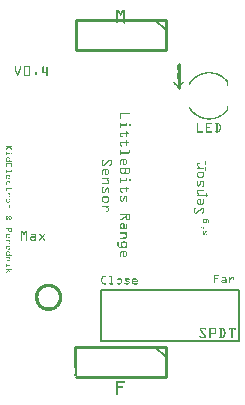
<source format=gto>
G04 MADE WITH FRITZING*
G04 WWW.FRITZING.ORG*
G04 DOUBLE SIDED*
G04 HOLES PLATED*
G04 CONTOUR ON CENTER OF CONTOUR VECTOR*
%ASAXBY*%
%FSLAX23Y23*%
%MOIN*%
%OFA0B0*%
%SFA1.0B1.0*%
%ADD10C,0.009843*%
%ADD11C,0.008000*%
%ADD12C,0.010000*%
%ADD13C,0.005000*%
%ADD14R,0.001000X0.001000*%
%LNSILK1*%
G90*
G70*
G54D10*
X592Y1040D02*
X592Y1119D01*
G54D11*
D02*
X792Y195D02*
X792Y367D01*
D02*
X792Y367D02*
X334Y367D01*
D02*
X334Y367D02*
X334Y195D01*
D02*
X334Y195D02*
X792Y195D01*
G54D12*
D02*
X550Y1268D02*
X250Y1268D01*
D02*
X250Y1268D02*
X250Y1168D01*
D02*
X250Y1168D02*
X550Y1168D01*
D02*
X550Y1168D02*
X550Y1268D01*
G54D13*
D02*
X515Y1268D02*
X550Y1233D01*
G54D12*
D02*
X550Y178D02*
X250Y178D01*
D02*
X250Y78D02*
X550Y78D01*
D02*
X550Y78D02*
X550Y178D01*
G54D13*
D02*
X515Y178D02*
X550Y143D01*
G54D14*
X385Y1301D02*
X392Y1301D01*
X406Y1301D02*
X414Y1301D01*
X385Y1300D02*
X393Y1300D01*
X406Y1300D02*
X414Y1300D01*
X385Y1299D02*
X393Y1299D01*
X405Y1299D02*
X414Y1299D01*
X385Y1298D02*
X394Y1298D01*
X404Y1298D02*
X414Y1298D01*
X385Y1297D02*
X395Y1297D01*
X404Y1297D02*
X414Y1297D01*
X385Y1296D02*
X396Y1296D01*
X403Y1296D02*
X414Y1296D01*
X385Y1295D02*
X396Y1295D01*
X402Y1295D02*
X414Y1295D01*
X385Y1294D02*
X397Y1294D01*
X402Y1294D02*
X414Y1294D01*
X385Y1293D02*
X398Y1293D01*
X401Y1293D02*
X414Y1293D01*
X385Y1292D02*
X390Y1292D01*
X392Y1292D02*
X398Y1292D01*
X400Y1292D02*
X407Y1292D01*
X409Y1292D02*
X414Y1292D01*
X385Y1291D02*
X390Y1291D01*
X393Y1291D02*
X406Y1291D01*
X409Y1291D02*
X414Y1291D01*
X385Y1290D02*
X390Y1290D01*
X393Y1290D02*
X405Y1290D01*
X409Y1290D02*
X414Y1290D01*
X385Y1289D02*
X390Y1289D01*
X394Y1289D02*
X405Y1289D01*
X409Y1289D02*
X414Y1289D01*
X385Y1288D02*
X390Y1288D01*
X395Y1288D02*
X404Y1288D01*
X409Y1288D02*
X414Y1288D01*
X385Y1287D02*
X390Y1287D01*
X395Y1287D02*
X403Y1287D01*
X409Y1287D02*
X414Y1287D01*
X385Y1286D02*
X390Y1286D01*
X396Y1286D02*
X402Y1286D01*
X409Y1286D02*
X414Y1286D01*
X385Y1285D02*
X390Y1285D01*
X397Y1285D02*
X402Y1285D01*
X409Y1285D02*
X414Y1285D01*
X385Y1284D02*
X390Y1284D01*
X397Y1284D02*
X402Y1284D01*
X409Y1284D02*
X414Y1284D01*
X385Y1283D02*
X390Y1283D01*
X397Y1283D02*
X402Y1283D01*
X409Y1283D02*
X414Y1283D01*
X385Y1282D02*
X390Y1282D01*
X397Y1282D02*
X401Y1282D01*
X409Y1282D02*
X414Y1282D01*
X385Y1281D02*
X390Y1281D01*
X398Y1281D02*
X400Y1281D01*
X409Y1281D02*
X414Y1281D01*
X385Y1280D02*
X390Y1280D01*
X409Y1280D02*
X414Y1280D01*
X385Y1279D02*
X390Y1279D01*
X409Y1279D02*
X414Y1279D01*
X385Y1278D02*
X390Y1278D01*
X409Y1278D02*
X414Y1278D01*
X385Y1277D02*
X390Y1277D01*
X409Y1277D02*
X414Y1277D01*
X385Y1276D02*
X390Y1276D01*
X409Y1276D02*
X414Y1276D01*
X385Y1275D02*
X390Y1275D01*
X409Y1275D02*
X414Y1275D01*
X385Y1274D02*
X390Y1274D01*
X409Y1274D02*
X414Y1274D01*
X385Y1273D02*
X390Y1273D01*
X409Y1273D02*
X414Y1273D01*
X385Y1272D02*
X390Y1272D01*
X409Y1272D02*
X414Y1272D01*
X385Y1271D02*
X390Y1271D01*
X409Y1271D02*
X414Y1271D01*
X385Y1270D02*
X390Y1270D01*
X409Y1270D02*
X414Y1270D01*
X385Y1269D02*
X390Y1269D01*
X409Y1269D02*
X414Y1269D01*
X385Y1268D02*
X390Y1268D01*
X409Y1268D02*
X414Y1268D01*
X385Y1267D02*
X390Y1267D01*
X409Y1267D02*
X414Y1267D01*
X385Y1266D02*
X390Y1266D01*
X409Y1266D02*
X414Y1266D01*
X419Y1266D02*
X419Y1266D01*
X423Y1266D02*
X423Y1266D01*
X385Y1265D02*
X390Y1265D01*
X409Y1265D02*
X414Y1265D01*
X419Y1265D02*
X419Y1265D01*
X423Y1265D02*
X423Y1265D01*
X385Y1264D02*
X390Y1264D01*
X409Y1264D02*
X414Y1264D01*
X420Y1264D02*
X420Y1264D01*
X422Y1264D02*
X423Y1264D01*
X385Y1263D02*
X390Y1263D01*
X409Y1263D02*
X414Y1263D01*
X420Y1263D02*
X420Y1263D01*
X422Y1263D02*
X423Y1263D01*
X385Y1262D02*
X390Y1262D01*
X409Y1262D02*
X414Y1262D01*
X421Y1262D02*
X421Y1262D01*
X423Y1262D02*
X423Y1262D01*
X385Y1261D02*
X390Y1261D01*
X409Y1261D02*
X414Y1261D01*
X421Y1261D02*
X421Y1261D01*
X385Y1260D02*
X390Y1260D01*
X409Y1260D02*
X414Y1260D01*
X385Y1259D02*
X390Y1259D01*
X409Y1259D02*
X414Y1259D01*
X385Y1258D02*
X390Y1258D01*
X409Y1258D02*
X414Y1258D01*
X385Y1257D02*
X390Y1257D01*
X409Y1257D02*
X414Y1257D01*
X385Y1256D02*
X389Y1256D01*
X409Y1256D02*
X413Y1256D01*
X387Y1255D02*
X387Y1255D01*
X412Y1255D02*
X412Y1255D01*
X587Y1117D02*
X593Y1117D01*
X586Y1116D02*
X594Y1116D01*
X586Y1115D02*
X594Y1115D01*
X586Y1114D02*
X594Y1114D01*
X586Y1113D02*
X594Y1113D01*
X47Y1112D02*
X49Y1112D01*
X64Y1112D02*
X66Y1112D01*
X79Y1112D02*
X95Y1112D01*
X140Y1112D02*
X142Y1112D01*
X586Y1112D02*
X594Y1112D01*
X46Y1111D02*
X49Y1111D01*
X63Y1111D02*
X66Y1111D01*
X78Y1111D02*
X96Y1111D01*
X139Y1111D02*
X142Y1111D01*
X586Y1111D02*
X594Y1111D01*
X46Y1110D02*
X49Y1110D01*
X63Y1110D02*
X66Y1110D01*
X77Y1110D02*
X96Y1110D01*
X139Y1110D02*
X142Y1110D01*
X586Y1110D02*
X594Y1110D01*
X46Y1109D02*
X49Y1109D01*
X63Y1109D02*
X66Y1109D01*
X77Y1109D02*
X97Y1109D01*
X139Y1109D02*
X142Y1109D01*
X153Y1109D02*
X153Y1109D01*
X586Y1109D02*
X594Y1109D01*
X46Y1108D02*
X49Y1108D01*
X63Y1108D02*
X66Y1108D01*
X77Y1108D02*
X80Y1108D01*
X93Y1108D02*
X97Y1108D01*
X139Y1108D02*
X142Y1108D01*
X152Y1108D02*
X155Y1108D01*
X586Y1108D02*
X594Y1108D01*
X46Y1107D02*
X49Y1107D01*
X63Y1107D02*
X66Y1107D01*
X77Y1107D02*
X80Y1107D01*
X94Y1107D02*
X97Y1107D01*
X139Y1107D02*
X142Y1107D01*
X152Y1107D02*
X155Y1107D01*
X586Y1107D02*
X594Y1107D01*
X46Y1106D02*
X49Y1106D01*
X63Y1106D02*
X66Y1106D01*
X77Y1106D02*
X80Y1106D01*
X94Y1106D02*
X97Y1106D01*
X139Y1106D02*
X142Y1106D01*
X152Y1106D02*
X155Y1106D01*
X586Y1106D02*
X594Y1106D01*
X46Y1105D02*
X49Y1105D01*
X63Y1105D02*
X66Y1105D01*
X77Y1105D02*
X80Y1105D01*
X94Y1105D02*
X97Y1105D01*
X139Y1105D02*
X142Y1105D01*
X152Y1105D02*
X155Y1105D01*
X586Y1105D02*
X594Y1105D01*
X46Y1104D02*
X49Y1104D01*
X63Y1104D02*
X66Y1104D01*
X77Y1104D02*
X80Y1104D01*
X94Y1104D02*
X97Y1104D01*
X139Y1104D02*
X142Y1104D01*
X152Y1104D02*
X155Y1104D01*
X586Y1104D02*
X594Y1104D01*
X46Y1103D02*
X50Y1103D01*
X63Y1103D02*
X66Y1103D01*
X77Y1103D02*
X80Y1103D01*
X94Y1103D02*
X97Y1103D01*
X139Y1103D02*
X142Y1103D01*
X152Y1103D02*
X155Y1103D01*
X586Y1103D02*
X594Y1103D01*
X46Y1102D02*
X50Y1102D01*
X62Y1102D02*
X66Y1102D01*
X77Y1102D02*
X80Y1102D01*
X94Y1102D02*
X97Y1102D01*
X139Y1102D02*
X142Y1102D01*
X152Y1102D02*
X155Y1102D01*
X586Y1102D02*
X594Y1102D01*
X47Y1101D02*
X50Y1101D01*
X62Y1101D02*
X65Y1101D01*
X77Y1101D02*
X80Y1101D01*
X94Y1101D02*
X97Y1101D01*
X139Y1101D02*
X142Y1101D01*
X152Y1101D02*
X155Y1101D01*
X586Y1101D02*
X594Y1101D01*
X47Y1100D02*
X51Y1100D01*
X61Y1100D02*
X65Y1100D01*
X77Y1100D02*
X80Y1100D01*
X94Y1100D02*
X97Y1100D01*
X139Y1100D02*
X142Y1100D01*
X152Y1100D02*
X155Y1100D01*
X586Y1100D02*
X594Y1100D01*
X47Y1099D02*
X51Y1099D01*
X61Y1099D02*
X65Y1099D01*
X77Y1099D02*
X80Y1099D01*
X94Y1099D02*
X97Y1099D01*
X139Y1099D02*
X142Y1099D01*
X152Y1099D02*
X155Y1099D01*
X587Y1099D02*
X593Y1099D01*
X48Y1098D02*
X51Y1098D01*
X61Y1098D02*
X64Y1098D01*
X77Y1098D02*
X80Y1098D01*
X94Y1098D02*
X97Y1098D01*
X139Y1098D02*
X142Y1098D01*
X152Y1098D02*
X155Y1098D01*
X48Y1097D02*
X52Y1097D01*
X60Y1097D02*
X64Y1097D01*
X77Y1097D02*
X80Y1097D01*
X94Y1097D02*
X97Y1097D01*
X139Y1097D02*
X142Y1097D01*
X152Y1097D02*
X155Y1097D01*
X49Y1096D02*
X52Y1096D01*
X60Y1096D02*
X63Y1096D01*
X77Y1096D02*
X80Y1096D01*
X94Y1096D02*
X97Y1096D01*
X139Y1096D02*
X142Y1096D01*
X152Y1096D02*
X155Y1096D01*
X49Y1095D02*
X53Y1095D01*
X59Y1095D02*
X63Y1095D01*
X77Y1095D02*
X80Y1095D01*
X94Y1095D02*
X97Y1095D01*
X139Y1095D02*
X142Y1095D01*
X152Y1095D02*
X155Y1095D01*
X49Y1094D02*
X53Y1094D01*
X59Y1094D02*
X63Y1094D01*
X77Y1094D02*
X80Y1094D01*
X94Y1094D02*
X97Y1094D01*
X139Y1094D02*
X156Y1094D01*
X50Y1093D02*
X53Y1093D01*
X59Y1093D02*
X62Y1093D01*
X77Y1093D02*
X80Y1093D01*
X94Y1093D02*
X97Y1093D01*
X139Y1093D02*
X157Y1093D01*
X50Y1092D02*
X54Y1092D01*
X58Y1092D02*
X62Y1092D01*
X77Y1092D02*
X80Y1092D01*
X94Y1092D02*
X97Y1092D01*
X114Y1092D02*
X121Y1092D01*
X139Y1092D02*
X157Y1092D01*
X682Y1092D02*
X707Y1092D01*
X51Y1091D02*
X54Y1091D01*
X58Y1091D02*
X62Y1091D01*
X77Y1091D02*
X80Y1091D01*
X94Y1091D02*
X97Y1091D01*
X114Y1091D02*
X121Y1091D01*
X139Y1091D02*
X156Y1091D01*
X677Y1091D02*
X712Y1091D01*
X51Y1090D02*
X55Y1090D01*
X57Y1090D02*
X61Y1090D01*
X77Y1090D02*
X80Y1090D01*
X94Y1090D02*
X97Y1090D01*
X114Y1090D02*
X121Y1090D01*
X152Y1090D02*
X155Y1090D01*
X673Y1090D02*
X716Y1090D01*
X51Y1089D02*
X55Y1089D01*
X57Y1089D02*
X61Y1089D01*
X77Y1089D02*
X80Y1089D01*
X94Y1089D02*
X97Y1089D01*
X114Y1089D02*
X121Y1089D01*
X152Y1089D02*
X155Y1089D01*
X587Y1089D02*
X593Y1089D01*
X670Y1089D02*
X719Y1089D01*
X52Y1088D02*
X60Y1088D01*
X77Y1088D02*
X80Y1088D01*
X94Y1088D02*
X97Y1088D01*
X114Y1088D02*
X121Y1088D01*
X152Y1088D02*
X155Y1088D01*
X586Y1088D02*
X594Y1088D01*
X667Y1088D02*
X688Y1088D01*
X701Y1088D02*
X722Y1088D01*
X52Y1087D02*
X60Y1087D01*
X77Y1087D02*
X80Y1087D01*
X94Y1087D02*
X97Y1087D01*
X114Y1087D02*
X121Y1087D01*
X152Y1087D02*
X155Y1087D01*
X586Y1087D02*
X594Y1087D01*
X665Y1087D02*
X681Y1087D01*
X708Y1087D02*
X724Y1087D01*
X53Y1086D02*
X60Y1086D01*
X77Y1086D02*
X80Y1086D01*
X94Y1086D02*
X97Y1086D01*
X114Y1086D02*
X121Y1086D01*
X152Y1086D02*
X155Y1086D01*
X586Y1086D02*
X594Y1086D01*
X662Y1086D02*
X676Y1086D01*
X713Y1086D02*
X727Y1086D01*
X53Y1085D02*
X59Y1085D01*
X77Y1085D02*
X80Y1085D01*
X94Y1085D02*
X97Y1085D01*
X115Y1085D02*
X120Y1085D01*
X152Y1085D02*
X155Y1085D01*
X586Y1085D02*
X594Y1085D01*
X660Y1085D02*
X672Y1085D01*
X716Y1085D02*
X729Y1085D01*
X53Y1084D02*
X59Y1084D01*
X77Y1084D02*
X80Y1084D01*
X93Y1084D02*
X97Y1084D01*
X152Y1084D02*
X155Y1084D01*
X586Y1084D02*
X594Y1084D01*
X658Y1084D02*
X669Y1084D01*
X719Y1084D02*
X731Y1084D01*
X54Y1083D02*
X58Y1083D01*
X77Y1083D02*
X97Y1083D01*
X152Y1083D02*
X155Y1083D01*
X586Y1083D02*
X594Y1083D01*
X656Y1083D02*
X667Y1083D01*
X722Y1083D02*
X733Y1083D01*
X54Y1082D02*
X58Y1082D01*
X77Y1082D02*
X96Y1082D01*
X152Y1082D02*
X155Y1082D01*
X586Y1082D02*
X594Y1082D01*
X654Y1082D02*
X664Y1082D01*
X724Y1082D02*
X735Y1082D01*
X54Y1081D02*
X58Y1081D01*
X78Y1081D02*
X96Y1081D01*
X152Y1081D02*
X155Y1081D01*
X586Y1081D02*
X594Y1081D01*
X653Y1081D02*
X662Y1081D01*
X727Y1081D02*
X736Y1081D01*
X55Y1080D02*
X57Y1080D01*
X79Y1080D02*
X94Y1080D01*
X152Y1080D02*
X154Y1080D01*
X586Y1080D02*
X594Y1080D01*
X651Y1080D02*
X660Y1080D01*
X729Y1080D02*
X738Y1080D01*
X586Y1079D02*
X594Y1079D01*
X650Y1079D02*
X658Y1079D01*
X730Y1079D02*
X739Y1079D01*
X586Y1078D02*
X594Y1078D01*
X648Y1078D02*
X656Y1078D01*
X732Y1078D02*
X741Y1078D01*
X586Y1077D02*
X594Y1077D01*
X647Y1077D02*
X655Y1077D01*
X734Y1077D02*
X742Y1077D01*
X586Y1076D02*
X594Y1076D01*
X646Y1076D02*
X653Y1076D01*
X735Y1076D02*
X743Y1076D01*
X586Y1075D02*
X594Y1075D01*
X644Y1075D02*
X652Y1075D01*
X737Y1075D02*
X744Y1075D01*
X586Y1074D02*
X594Y1074D01*
X643Y1074D02*
X650Y1074D01*
X738Y1074D02*
X746Y1074D01*
X586Y1073D02*
X594Y1073D01*
X642Y1073D02*
X649Y1073D01*
X740Y1073D02*
X747Y1073D01*
X586Y1072D02*
X594Y1072D01*
X641Y1072D02*
X648Y1072D01*
X741Y1072D02*
X748Y1072D01*
X587Y1071D02*
X593Y1071D01*
X640Y1071D02*
X647Y1071D01*
X742Y1071D02*
X749Y1071D01*
X589Y1070D02*
X591Y1070D01*
X639Y1070D02*
X645Y1070D01*
X743Y1070D02*
X750Y1070D01*
X638Y1069D02*
X644Y1069D01*
X745Y1069D02*
X751Y1069D01*
X637Y1068D02*
X643Y1068D01*
X746Y1068D02*
X752Y1068D01*
X636Y1067D02*
X642Y1067D01*
X747Y1067D02*
X753Y1067D01*
X635Y1066D02*
X641Y1066D01*
X748Y1066D02*
X754Y1066D01*
X634Y1065D02*
X640Y1065D01*
X749Y1065D02*
X755Y1065D01*
X633Y1064D02*
X639Y1064D01*
X750Y1064D02*
X755Y1064D01*
X633Y1063D02*
X638Y1063D01*
X751Y1063D02*
X756Y1063D01*
X632Y1062D02*
X637Y1062D01*
X751Y1062D02*
X757Y1062D01*
X575Y1061D02*
X577Y1061D01*
X606Y1061D02*
X607Y1061D01*
X631Y1061D02*
X637Y1061D01*
X752Y1061D02*
X758Y1061D01*
X574Y1060D02*
X578Y1060D01*
X604Y1060D02*
X609Y1060D01*
X630Y1060D02*
X636Y1060D01*
X753Y1060D02*
X758Y1060D01*
X573Y1059D02*
X579Y1059D01*
X603Y1059D02*
X609Y1059D01*
X630Y1059D02*
X635Y1059D01*
X754Y1059D02*
X758Y1059D01*
X574Y1058D02*
X580Y1058D01*
X603Y1058D02*
X609Y1058D01*
X629Y1058D02*
X634Y1058D01*
X754Y1058D02*
X758Y1058D01*
X575Y1057D02*
X581Y1057D01*
X602Y1057D02*
X608Y1057D01*
X628Y1057D02*
X634Y1057D01*
X754Y1057D02*
X758Y1057D01*
X576Y1056D02*
X582Y1056D01*
X601Y1056D02*
X607Y1056D01*
X628Y1056D02*
X633Y1056D01*
X754Y1056D02*
X758Y1056D01*
X577Y1055D02*
X583Y1055D01*
X600Y1055D02*
X606Y1055D01*
X627Y1055D02*
X632Y1055D01*
X754Y1055D02*
X758Y1055D01*
X578Y1054D02*
X584Y1054D01*
X599Y1054D02*
X605Y1054D01*
X626Y1054D02*
X631Y1054D01*
X754Y1054D02*
X758Y1054D01*
X578Y1053D02*
X585Y1053D01*
X598Y1053D02*
X604Y1053D01*
X626Y1053D02*
X631Y1053D01*
X754Y1053D02*
X758Y1053D01*
X579Y1052D02*
X585Y1052D01*
X597Y1052D02*
X603Y1052D01*
X626Y1052D02*
X630Y1052D01*
X754Y1052D02*
X758Y1052D01*
X580Y1051D02*
X586Y1051D01*
X596Y1051D02*
X602Y1051D01*
X626Y1051D02*
X630Y1051D01*
X754Y1051D02*
X758Y1051D01*
X581Y1050D02*
X587Y1050D01*
X595Y1050D02*
X601Y1050D01*
X754Y1050D02*
X758Y1050D01*
X582Y1049D02*
X588Y1049D01*
X594Y1049D02*
X601Y1049D01*
X754Y1049D02*
X758Y1049D01*
X583Y1048D02*
X589Y1048D01*
X594Y1048D02*
X600Y1048D01*
X754Y1048D02*
X758Y1048D01*
X584Y1047D02*
X590Y1047D01*
X593Y1047D02*
X599Y1047D01*
X754Y1047D02*
X758Y1047D01*
X585Y1046D02*
X598Y1046D01*
X756Y1046D02*
X758Y1046D01*
X586Y1045D02*
X597Y1045D01*
X587Y1044D02*
X596Y1044D01*
X587Y1043D02*
X595Y1043D01*
X589Y1042D02*
X594Y1042D01*
X757Y982D02*
X757Y982D01*
X755Y981D02*
X758Y981D01*
X754Y980D02*
X758Y980D01*
X754Y979D02*
X758Y979D01*
X754Y978D02*
X758Y978D01*
X754Y977D02*
X758Y977D01*
X627Y976D02*
X630Y976D01*
X754Y976D02*
X758Y976D01*
X627Y975D02*
X631Y975D01*
X754Y975D02*
X758Y975D01*
X627Y974D02*
X631Y974D01*
X754Y974D02*
X758Y974D01*
X627Y973D02*
X632Y973D01*
X754Y973D02*
X758Y973D01*
X628Y972D02*
X633Y972D01*
X754Y972D02*
X758Y972D01*
X628Y971D02*
X633Y971D01*
X754Y971D02*
X758Y971D01*
X629Y970D02*
X634Y970D01*
X754Y970D02*
X758Y970D01*
X630Y969D02*
X635Y969D01*
X754Y969D02*
X758Y969D01*
X630Y968D02*
X636Y968D01*
X753Y968D02*
X758Y968D01*
X631Y967D02*
X636Y967D01*
X752Y967D02*
X758Y967D01*
X632Y966D02*
X637Y966D01*
X751Y966D02*
X757Y966D01*
X632Y965D02*
X638Y965D01*
X751Y965D02*
X756Y965D01*
X633Y964D02*
X639Y964D01*
X750Y964D02*
X755Y964D01*
X634Y963D02*
X640Y963D01*
X749Y963D02*
X755Y963D01*
X635Y962D02*
X641Y962D01*
X748Y962D02*
X754Y962D01*
X636Y961D02*
X642Y961D01*
X747Y961D02*
X753Y961D01*
X637Y960D02*
X643Y960D01*
X746Y960D02*
X752Y960D01*
X638Y959D02*
X644Y959D01*
X745Y959D02*
X751Y959D01*
X639Y958D02*
X645Y958D01*
X744Y958D02*
X750Y958D01*
X398Y957D02*
X429Y957D01*
X640Y957D02*
X646Y957D01*
X743Y957D02*
X749Y957D01*
X398Y956D02*
X430Y956D01*
X641Y956D02*
X648Y956D01*
X741Y956D02*
X748Y956D01*
X398Y955D02*
X430Y955D01*
X642Y955D02*
X649Y955D01*
X740Y955D02*
X747Y955D01*
X398Y954D02*
X430Y954D01*
X643Y954D02*
X650Y954D01*
X739Y954D02*
X746Y954D01*
X398Y953D02*
X402Y953D01*
X644Y953D02*
X652Y953D01*
X737Y953D02*
X745Y953D01*
X398Y952D02*
X401Y952D01*
X645Y952D02*
X653Y952D01*
X736Y952D02*
X743Y952D01*
X398Y951D02*
X401Y951D01*
X647Y951D02*
X654Y951D01*
X734Y951D02*
X742Y951D01*
X398Y950D02*
X401Y950D01*
X648Y950D02*
X656Y950D01*
X733Y950D02*
X741Y950D01*
X398Y949D02*
X401Y949D01*
X649Y949D02*
X658Y949D01*
X731Y949D02*
X739Y949D01*
X398Y948D02*
X401Y948D01*
X651Y948D02*
X660Y948D01*
X729Y948D02*
X738Y948D01*
X398Y947D02*
X401Y947D01*
X652Y947D02*
X662Y947D01*
X727Y947D02*
X736Y947D01*
X398Y946D02*
X401Y946D01*
X654Y946D02*
X664Y946D01*
X725Y946D02*
X735Y946D01*
X398Y945D02*
X401Y945D01*
X656Y945D02*
X666Y945D01*
X723Y945D02*
X733Y945D01*
X398Y944D02*
X401Y944D01*
X657Y944D02*
X669Y944D01*
X720Y944D02*
X731Y944D01*
X398Y943D02*
X401Y943D01*
X659Y943D02*
X672Y943D01*
X717Y943D02*
X729Y943D01*
X398Y942D02*
X401Y942D01*
X661Y942D02*
X675Y942D01*
X714Y942D02*
X727Y942D01*
X398Y941D02*
X401Y941D01*
X664Y941D02*
X679Y941D01*
X710Y941D02*
X725Y941D01*
X398Y940D02*
X401Y940D01*
X666Y940D02*
X686Y940D01*
X703Y940D02*
X722Y940D01*
X398Y939D02*
X401Y939D01*
X669Y939D02*
X720Y939D01*
X398Y938D02*
X401Y938D01*
X672Y938D02*
X716Y938D01*
X399Y937D02*
X401Y937D01*
X676Y937D02*
X713Y937D01*
X681Y936D02*
X708Y936D01*
X688Y935D02*
X700Y935D01*
X399Y924D02*
X401Y924D01*
X419Y924D02*
X421Y924D01*
X656Y924D02*
X657Y924D01*
X685Y924D02*
X704Y924D01*
X716Y924D02*
X726Y924D01*
X398Y923D02*
X401Y923D01*
X418Y923D02*
X421Y923D01*
X655Y923D02*
X658Y923D01*
X685Y923D02*
X704Y923D01*
X715Y923D02*
X727Y923D01*
X398Y922D02*
X401Y922D01*
X418Y922D02*
X421Y922D01*
X655Y922D02*
X658Y922D01*
X685Y922D02*
X704Y922D01*
X715Y922D02*
X728Y922D01*
X398Y921D02*
X401Y921D01*
X418Y921D02*
X421Y921D01*
X655Y921D02*
X658Y921D01*
X685Y921D02*
X704Y921D01*
X715Y921D02*
X729Y921D01*
X398Y920D02*
X401Y920D01*
X418Y920D02*
X421Y920D01*
X428Y920D02*
X431Y920D01*
X655Y920D02*
X658Y920D01*
X685Y920D02*
X688Y920D01*
X719Y920D02*
X722Y920D01*
X725Y920D02*
X730Y920D01*
X398Y919D02*
X401Y919D01*
X418Y919D02*
X421Y919D01*
X427Y919D02*
X432Y919D01*
X655Y919D02*
X658Y919D01*
X685Y919D02*
X688Y919D01*
X719Y919D02*
X722Y919D01*
X726Y919D02*
X730Y919D01*
X398Y918D02*
X421Y918D01*
X427Y918D02*
X432Y918D01*
X655Y918D02*
X658Y918D01*
X685Y918D02*
X688Y918D01*
X719Y918D02*
X722Y918D01*
X727Y918D02*
X731Y918D01*
X398Y917D02*
X421Y917D01*
X427Y917D02*
X432Y917D01*
X655Y917D02*
X658Y917D01*
X685Y917D02*
X688Y917D01*
X719Y917D02*
X722Y917D01*
X727Y917D02*
X731Y917D01*
X398Y916D02*
X421Y916D01*
X427Y916D02*
X432Y916D01*
X655Y916D02*
X658Y916D01*
X685Y916D02*
X688Y916D01*
X719Y916D02*
X722Y916D01*
X728Y916D02*
X732Y916D01*
X398Y915D02*
X421Y915D01*
X427Y915D02*
X432Y915D01*
X655Y915D02*
X658Y915D01*
X685Y915D02*
X688Y915D01*
X719Y915D02*
X722Y915D01*
X728Y915D02*
X732Y915D01*
X398Y914D02*
X419Y914D01*
X429Y914D02*
X430Y914D01*
X655Y914D02*
X658Y914D01*
X685Y914D02*
X688Y914D01*
X719Y914D02*
X722Y914D01*
X729Y914D02*
X733Y914D01*
X398Y913D02*
X401Y913D01*
X655Y913D02*
X658Y913D01*
X685Y913D02*
X688Y913D01*
X719Y913D02*
X722Y913D01*
X729Y913D02*
X733Y913D01*
X398Y912D02*
X401Y912D01*
X655Y912D02*
X658Y912D01*
X685Y912D02*
X688Y912D01*
X719Y912D02*
X722Y912D01*
X730Y912D02*
X734Y912D01*
X398Y911D02*
X401Y911D01*
X655Y911D02*
X658Y911D01*
X685Y911D02*
X688Y911D01*
X719Y911D02*
X722Y911D01*
X730Y911D02*
X734Y911D01*
X398Y910D02*
X401Y910D01*
X655Y910D02*
X658Y910D01*
X685Y910D02*
X695Y910D01*
X719Y910D02*
X722Y910D01*
X731Y910D02*
X734Y910D01*
X398Y909D02*
X401Y909D01*
X655Y909D02*
X658Y909D01*
X685Y909D02*
X696Y909D01*
X719Y909D02*
X722Y909D01*
X731Y909D02*
X734Y909D01*
X399Y908D02*
X400Y908D01*
X655Y908D02*
X658Y908D01*
X685Y908D02*
X696Y908D01*
X719Y908D02*
X722Y908D01*
X731Y908D02*
X734Y908D01*
X655Y907D02*
X658Y907D01*
X685Y907D02*
X696Y907D01*
X719Y907D02*
X722Y907D01*
X731Y907D02*
X734Y907D01*
X655Y906D02*
X658Y906D01*
X685Y906D02*
X688Y906D01*
X719Y906D02*
X722Y906D01*
X731Y906D02*
X734Y906D01*
X655Y905D02*
X658Y905D01*
X685Y905D02*
X688Y905D01*
X719Y905D02*
X722Y905D01*
X730Y905D02*
X734Y905D01*
X655Y904D02*
X658Y904D01*
X685Y904D02*
X688Y904D01*
X719Y904D02*
X722Y904D01*
X730Y904D02*
X733Y904D01*
X655Y903D02*
X658Y903D01*
X685Y903D02*
X688Y903D01*
X719Y903D02*
X722Y903D01*
X729Y903D02*
X733Y903D01*
X655Y902D02*
X658Y902D01*
X685Y902D02*
X688Y902D01*
X719Y902D02*
X722Y902D01*
X729Y902D02*
X733Y902D01*
X655Y901D02*
X658Y901D01*
X685Y901D02*
X688Y901D01*
X719Y901D02*
X722Y901D01*
X728Y901D02*
X732Y901D01*
X655Y900D02*
X658Y900D01*
X685Y900D02*
X688Y900D01*
X719Y900D02*
X722Y900D01*
X728Y900D02*
X732Y900D01*
X655Y899D02*
X658Y899D01*
X685Y899D02*
X688Y899D01*
X719Y899D02*
X722Y899D01*
X727Y899D02*
X731Y899D01*
X655Y898D02*
X658Y898D01*
X685Y898D02*
X688Y898D01*
X719Y898D02*
X722Y898D01*
X727Y898D02*
X731Y898D01*
X655Y897D02*
X658Y897D01*
X685Y897D02*
X688Y897D01*
X719Y897D02*
X722Y897D01*
X726Y897D02*
X730Y897D01*
X655Y896D02*
X673Y896D01*
X685Y896D02*
X703Y896D01*
X716Y896D02*
X730Y896D01*
X418Y895D02*
X421Y895D01*
X655Y895D02*
X674Y895D01*
X685Y895D02*
X704Y895D01*
X715Y895D02*
X729Y895D01*
X418Y894D02*
X421Y894D01*
X655Y894D02*
X674Y894D01*
X685Y894D02*
X704Y894D01*
X715Y894D02*
X728Y894D01*
X418Y893D02*
X421Y893D01*
X655Y893D02*
X674Y893D01*
X685Y893D02*
X704Y893D01*
X715Y893D02*
X727Y893D01*
X418Y892D02*
X422Y892D01*
X655Y892D02*
X673Y892D01*
X685Y892D02*
X703Y892D01*
X716Y892D02*
X724Y892D01*
X401Y891D02*
X428Y891D01*
X400Y890D02*
X428Y890D01*
X399Y889D02*
X428Y889D01*
X399Y888D02*
X428Y888D01*
X398Y887D02*
X402Y887D01*
X418Y887D02*
X421Y887D01*
X398Y886D02*
X401Y886D01*
X418Y886D02*
X421Y886D01*
X398Y885D02*
X401Y885D01*
X418Y885D02*
X421Y885D01*
X398Y884D02*
X401Y884D01*
X418Y884D02*
X421Y884D01*
X398Y883D02*
X401Y883D01*
X418Y883D02*
X421Y883D01*
X398Y882D02*
X401Y882D01*
X418Y882D02*
X421Y882D01*
X398Y881D02*
X401Y881D01*
X418Y881D02*
X421Y881D01*
X398Y880D02*
X402Y880D01*
X418Y880D02*
X421Y880D01*
X399Y879D02*
X403Y879D01*
X418Y879D02*
X421Y879D01*
X399Y878D02*
X405Y878D01*
X418Y878D02*
X421Y878D01*
X400Y877D02*
X405Y877D01*
X401Y876D02*
X405Y876D01*
X403Y875D02*
X404Y875D01*
X419Y865D02*
X420Y865D01*
X418Y864D02*
X421Y864D01*
X418Y863D02*
X421Y863D01*
X418Y862D02*
X421Y862D01*
X403Y861D02*
X427Y861D01*
X401Y860D02*
X428Y860D01*
X400Y859D02*
X428Y859D01*
X399Y858D02*
X428Y858D01*
X398Y857D02*
X427Y857D01*
X398Y856D02*
X402Y856D01*
X418Y856D02*
X421Y856D01*
X398Y855D02*
X401Y855D01*
X418Y855D02*
X421Y855D01*
X398Y854D02*
X401Y854D01*
X418Y854D02*
X421Y854D01*
X398Y853D02*
X401Y853D01*
X418Y853D02*
X421Y853D01*
X398Y852D02*
X401Y852D01*
X418Y852D02*
X421Y852D01*
X398Y851D02*
X401Y851D01*
X418Y851D02*
X421Y851D01*
X398Y850D02*
X401Y850D01*
X418Y850D02*
X421Y850D01*
X398Y849D02*
X402Y849D01*
X418Y849D02*
X421Y849D01*
X399Y848D02*
X404Y848D01*
X418Y848D02*
X421Y848D01*
X18Y847D02*
X36Y847D01*
X399Y847D02*
X405Y847D01*
X419Y847D02*
X421Y847D01*
X17Y846D02*
X37Y846D01*
X400Y846D02*
X405Y846D01*
X17Y845D02*
X37Y845D01*
X401Y845D02*
X404Y845D01*
X24Y844D02*
X30Y844D01*
X23Y843D02*
X26Y843D01*
X28Y843D02*
X31Y843D01*
X22Y842D02*
X25Y842D01*
X29Y842D02*
X32Y842D01*
X22Y841D02*
X24Y841D01*
X30Y841D02*
X32Y841D01*
X21Y840D02*
X23Y840D01*
X31Y840D02*
X33Y840D01*
X20Y839D02*
X23Y839D01*
X32Y839D02*
X34Y839D01*
X19Y838D02*
X22Y838D01*
X32Y838D02*
X35Y838D01*
X18Y837D02*
X21Y837D01*
X33Y837D02*
X36Y837D01*
X17Y836D02*
X20Y836D01*
X34Y836D02*
X37Y836D01*
X17Y835D02*
X19Y835D01*
X35Y835D02*
X37Y835D01*
X18Y834D02*
X18Y834D01*
X36Y834D02*
X36Y834D01*
X399Y832D02*
X401Y832D01*
X428Y832D02*
X430Y832D01*
X398Y831D02*
X401Y831D01*
X427Y831D02*
X430Y831D01*
X398Y830D02*
X401Y830D01*
X427Y830D02*
X430Y830D01*
X398Y829D02*
X401Y829D01*
X427Y829D02*
X430Y829D01*
X398Y828D02*
X401Y828D01*
X427Y828D02*
X430Y828D01*
X398Y827D02*
X401Y827D01*
X427Y827D02*
X430Y827D01*
X18Y826D02*
X18Y826D01*
X30Y826D02*
X31Y826D01*
X398Y826D02*
X430Y826D01*
X17Y825D02*
X19Y825D01*
X30Y825D02*
X31Y825D01*
X398Y825D02*
X430Y825D01*
X17Y824D02*
X19Y824D01*
X30Y824D02*
X31Y824D01*
X398Y824D02*
X430Y824D01*
X17Y823D02*
X19Y823D01*
X30Y823D02*
X31Y823D01*
X36Y823D02*
X38Y823D01*
X398Y823D02*
X430Y823D01*
X17Y822D02*
X31Y822D01*
X35Y822D02*
X38Y822D01*
X398Y822D02*
X428Y822D01*
X17Y821D02*
X31Y821D01*
X35Y821D02*
X38Y821D01*
X398Y821D02*
X401Y821D01*
X17Y820D02*
X31Y820D01*
X36Y820D02*
X38Y820D01*
X398Y820D02*
X401Y820D01*
X17Y819D02*
X19Y819D01*
X398Y819D02*
X401Y819D01*
X17Y818D02*
X19Y818D01*
X398Y818D02*
X401Y818D01*
X17Y817D02*
X19Y817D01*
X398Y817D02*
X401Y817D01*
X17Y816D02*
X18Y816D01*
X399Y816D02*
X400Y816D01*
X21Y808D02*
X27Y808D01*
X19Y807D02*
X29Y807D01*
X18Y806D02*
X30Y806D01*
X17Y805D02*
X20Y805D01*
X28Y805D02*
X31Y805D01*
X17Y804D02*
X19Y804D01*
X29Y804D02*
X31Y804D01*
X405Y804D02*
X414Y804D01*
X17Y803D02*
X19Y803D01*
X30Y803D02*
X31Y803D01*
X402Y803D02*
X417Y803D01*
X17Y802D02*
X19Y802D01*
X30Y802D02*
X31Y802D01*
X401Y802D02*
X418Y802D01*
X17Y801D02*
X19Y801D01*
X30Y801D02*
X31Y801D01*
X341Y801D02*
X343Y801D01*
X364Y801D02*
X366Y801D01*
X400Y801D02*
X419Y801D01*
X17Y800D02*
X19Y800D01*
X29Y800D02*
X31Y800D01*
X339Y800D02*
X344Y800D01*
X362Y800D02*
X368Y800D01*
X399Y800D02*
X420Y800D01*
X17Y799D02*
X20Y799D01*
X28Y799D02*
X31Y799D01*
X338Y799D02*
X344Y799D01*
X361Y799D02*
X368Y799D01*
X399Y799D02*
X403Y799D01*
X407Y799D02*
X410Y799D01*
X416Y799D02*
X420Y799D01*
X18Y798D02*
X21Y798D01*
X27Y798D02*
X30Y798D01*
X338Y798D02*
X344Y798D01*
X359Y798D02*
X369Y798D01*
X398Y798D02*
X402Y798D01*
X407Y798D02*
X410Y798D01*
X417Y798D02*
X421Y798D01*
X18Y797D02*
X36Y797D01*
X337Y797D02*
X342Y797D01*
X358Y797D02*
X369Y797D01*
X398Y797D02*
X402Y797D01*
X407Y797D02*
X410Y797D01*
X418Y797D02*
X421Y797D01*
X17Y796D02*
X37Y796D01*
X337Y796D02*
X341Y796D01*
X357Y796D02*
X363Y796D01*
X366Y796D02*
X369Y796D01*
X398Y796D02*
X401Y796D01*
X407Y796D02*
X410Y796D01*
X418Y796D02*
X421Y796D01*
X682Y796D02*
X682Y796D01*
X18Y795D02*
X37Y795D01*
X337Y795D02*
X340Y795D01*
X355Y795D02*
X361Y795D01*
X366Y795D02*
X369Y795D01*
X398Y795D02*
X401Y795D01*
X407Y795D02*
X410Y795D01*
X418Y795D02*
X421Y795D01*
X680Y795D02*
X683Y795D01*
X337Y794D02*
X340Y794D01*
X354Y794D02*
X360Y794D01*
X366Y794D02*
X369Y794D01*
X398Y794D02*
X401Y794D01*
X407Y794D02*
X410Y794D01*
X418Y794D02*
X421Y794D01*
X680Y794D02*
X683Y794D01*
X337Y793D02*
X340Y793D01*
X353Y793D02*
X359Y793D01*
X366Y793D02*
X369Y793D01*
X398Y793D02*
X401Y793D01*
X407Y793D02*
X410Y793D01*
X418Y793D02*
X421Y793D01*
X680Y793D02*
X683Y793D01*
X337Y792D02*
X340Y792D01*
X352Y792D02*
X358Y792D01*
X366Y792D02*
X369Y792D01*
X398Y792D02*
X401Y792D01*
X407Y792D02*
X410Y792D01*
X418Y792D02*
X421Y792D01*
X680Y792D02*
X683Y792D01*
X337Y791D02*
X340Y791D01*
X350Y791D02*
X356Y791D01*
X366Y791D02*
X369Y791D01*
X398Y791D02*
X401Y791D01*
X407Y791D02*
X410Y791D01*
X418Y791D02*
X421Y791D01*
X658Y791D02*
X661Y791D01*
X680Y791D02*
X683Y791D01*
X337Y790D02*
X340Y790D01*
X349Y790D02*
X355Y790D01*
X366Y790D02*
X369Y790D01*
X398Y790D02*
X401Y790D01*
X407Y790D02*
X410Y790D01*
X418Y790D02*
X421Y790D01*
X656Y790D02*
X662Y790D01*
X680Y790D02*
X683Y790D01*
X337Y789D02*
X340Y789D01*
X348Y789D02*
X354Y789D01*
X366Y789D02*
X369Y789D01*
X398Y789D02*
X401Y789D01*
X407Y789D02*
X410Y789D01*
X417Y789D02*
X421Y789D01*
X655Y789D02*
X662Y789D01*
X680Y789D02*
X683Y789D01*
X17Y788D02*
X37Y788D01*
X337Y788D02*
X340Y788D01*
X346Y788D02*
X352Y788D01*
X366Y788D02*
X369Y788D01*
X398Y788D02*
X401Y788D01*
X407Y788D02*
X410Y788D01*
X416Y788D02*
X421Y788D01*
X655Y788D02*
X662Y788D01*
X680Y788D02*
X683Y788D01*
X17Y787D02*
X37Y787D01*
X337Y787D02*
X340Y787D01*
X345Y787D02*
X351Y787D01*
X366Y787D02*
X369Y787D01*
X398Y787D02*
X401Y787D01*
X407Y787D02*
X420Y787D01*
X654Y787D02*
X658Y787D01*
X680Y787D02*
X683Y787D01*
X17Y786D02*
X37Y786D01*
X337Y786D02*
X340Y786D01*
X344Y786D02*
X350Y786D01*
X366Y786D02*
X369Y786D01*
X398Y786D02*
X401Y786D01*
X407Y786D02*
X419Y786D01*
X654Y786D02*
X657Y786D01*
X680Y786D02*
X683Y786D01*
X17Y785D02*
X19Y785D01*
X26Y785D02*
X28Y785D01*
X35Y785D02*
X37Y785D01*
X337Y785D02*
X341Y785D01*
X343Y785D02*
X349Y785D01*
X365Y785D02*
X369Y785D01*
X398Y785D02*
X401Y785D01*
X407Y785D02*
X418Y785D01*
X654Y785D02*
X657Y785D01*
X680Y785D02*
X683Y785D01*
X17Y784D02*
X19Y784D01*
X26Y784D02*
X28Y784D01*
X35Y784D02*
X37Y784D01*
X337Y784D02*
X347Y784D01*
X363Y784D02*
X369Y784D01*
X398Y784D02*
X401Y784D01*
X407Y784D02*
X417Y784D01*
X654Y784D02*
X657Y784D01*
X680Y784D02*
X683Y784D01*
X17Y783D02*
X19Y783D01*
X26Y783D02*
X28Y783D01*
X35Y783D02*
X37Y783D01*
X338Y783D02*
X346Y783D01*
X362Y783D02*
X368Y783D01*
X400Y783D02*
X400Y783D01*
X409Y783D02*
X415Y783D01*
X654Y783D02*
X657Y783D01*
X681Y783D02*
X683Y783D01*
X17Y782D02*
X19Y782D01*
X26Y782D02*
X28Y782D01*
X35Y782D02*
X37Y782D01*
X338Y782D02*
X345Y782D01*
X362Y782D02*
X367Y782D01*
X654Y782D02*
X657Y782D01*
X17Y781D02*
X19Y781D01*
X27Y781D02*
X28Y781D01*
X35Y781D02*
X37Y781D01*
X340Y781D02*
X343Y781D01*
X363Y781D02*
X366Y781D01*
X654Y781D02*
X658Y781D01*
X17Y780D02*
X19Y780D01*
X35Y780D02*
X37Y780D01*
X654Y780D02*
X658Y780D01*
X17Y779D02*
X19Y779D01*
X35Y779D02*
X37Y779D01*
X655Y779D02*
X659Y779D01*
X17Y778D02*
X19Y778D01*
X35Y778D02*
X37Y778D01*
X656Y778D02*
X660Y778D01*
X17Y777D02*
X19Y777D01*
X35Y777D02*
X37Y777D01*
X656Y777D02*
X661Y777D01*
X17Y776D02*
X19Y776D01*
X36Y776D02*
X37Y776D01*
X657Y776D02*
X662Y776D01*
X681Y776D02*
X683Y776D01*
X658Y775D02*
X663Y775D01*
X680Y775D02*
X683Y775D01*
X654Y774D02*
X676Y774D01*
X680Y774D02*
X683Y774D01*
X398Y773D02*
X430Y773D01*
X654Y773D02*
X676Y773D01*
X680Y773D02*
X683Y773D01*
X398Y772D02*
X430Y772D01*
X654Y772D02*
X676Y772D01*
X680Y772D02*
X683Y772D01*
X398Y771D02*
X430Y771D01*
X655Y771D02*
X675Y771D01*
X680Y771D02*
X683Y771D01*
X342Y770D02*
X355Y770D01*
X398Y770D02*
X430Y770D01*
X680Y770D02*
X683Y770D01*
X341Y769D02*
X357Y769D01*
X398Y769D02*
X402Y769D01*
X412Y769D02*
X416Y769D01*
X427Y769D02*
X430Y769D01*
X680Y769D02*
X683Y769D01*
X340Y768D02*
X358Y768D01*
X398Y768D02*
X401Y768D01*
X413Y768D02*
X416Y768D01*
X427Y768D02*
X430Y768D01*
X680Y768D02*
X683Y768D01*
X17Y767D02*
X18Y767D01*
X36Y767D02*
X37Y767D01*
X339Y767D02*
X359Y767D01*
X398Y767D02*
X401Y767D01*
X413Y767D02*
X416Y767D01*
X427Y767D02*
X430Y767D01*
X680Y767D02*
X683Y767D01*
X17Y766D02*
X19Y766D01*
X35Y766D02*
X37Y766D01*
X338Y766D02*
X343Y766D01*
X346Y766D02*
X349Y766D01*
X355Y766D02*
X359Y766D01*
X398Y766D02*
X401Y766D01*
X413Y766D02*
X416Y766D01*
X427Y766D02*
X430Y766D01*
X680Y766D02*
X683Y766D01*
X17Y765D02*
X19Y765D01*
X35Y765D02*
X37Y765D01*
X338Y765D02*
X342Y765D01*
X346Y765D02*
X349Y765D01*
X356Y765D02*
X360Y765D01*
X398Y765D02*
X401Y765D01*
X413Y765D02*
X416Y765D01*
X427Y765D02*
X430Y765D01*
X680Y765D02*
X683Y765D01*
X17Y764D02*
X19Y764D01*
X35Y764D02*
X37Y764D01*
X337Y764D02*
X341Y764D01*
X346Y764D02*
X349Y764D01*
X356Y764D02*
X360Y764D01*
X398Y764D02*
X401Y764D01*
X413Y764D02*
X416Y764D01*
X427Y764D02*
X430Y764D01*
X680Y764D02*
X683Y764D01*
X17Y763D02*
X37Y763D01*
X337Y763D02*
X340Y763D01*
X346Y763D02*
X349Y763D01*
X357Y763D02*
X360Y763D01*
X398Y763D02*
X401Y763D01*
X413Y763D02*
X416Y763D01*
X427Y763D02*
X430Y763D01*
X682Y763D02*
X682Y763D01*
X17Y762D02*
X37Y762D01*
X337Y762D02*
X340Y762D01*
X346Y762D02*
X349Y762D01*
X357Y762D02*
X360Y762D01*
X398Y762D02*
X401Y762D01*
X413Y762D02*
X416Y762D01*
X427Y762D02*
X430Y762D01*
X17Y761D02*
X36Y761D01*
X337Y761D02*
X340Y761D01*
X346Y761D02*
X349Y761D01*
X357Y761D02*
X360Y761D01*
X398Y761D02*
X401Y761D01*
X413Y761D02*
X416Y761D01*
X427Y761D02*
X430Y761D01*
X659Y761D02*
X671Y761D01*
X17Y760D02*
X19Y760D01*
X337Y760D02*
X340Y760D01*
X346Y760D02*
X349Y760D01*
X357Y760D02*
X360Y760D01*
X398Y760D02*
X402Y760D01*
X412Y760D02*
X416Y760D01*
X427Y760D02*
X430Y760D01*
X657Y760D02*
X673Y760D01*
X17Y759D02*
X19Y759D01*
X337Y759D02*
X340Y759D01*
X346Y759D02*
X349Y759D01*
X357Y759D02*
X360Y759D01*
X398Y759D02*
X402Y759D01*
X412Y759D02*
X416Y759D01*
X427Y759D02*
X430Y759D01*
X656Y759D02*
X674Y759D01*
X17Y758D02*
X19Y758D01*
X337Y758D02*
X340Y758D01*
X346Y758D02*
X349Y758D01*
X357Y758D02*
X360Y758D01*
X399Y758D02*
X403Y758D01*
X411Y758D02*
X417Y758D01*
X426Y758D02*
X430Y758D01*
X656Y758D02*
X675Y758D01*
X18Y757D02*
X18Y757D01*
X337Y757D02*
X340Y757D01*
X346Y757D02*
X349Y757D01*
X357Y757D02*
X360Y757D01*
X399Y757D02*
X404Y757D01*
X410Y757D02*
X418Y757D01*
X425Y757D02*
X429Y757D01*
X655Y757D02*
X660Y757D01*
X670Y757D02*
X675Y757D01*
X337Y756D02*
X340Y756D01*
X346Y756D02*
X349Y756D01*
X356Y756D02*
X360Y756D01*
X400Y756D02*
X429Y756D01*
X654Y756D02*
X658Y756D01*
X672Y756D02*
X676Y756D01*
X337Y755D02*
X340Y755D01*
X346Y755D02*
X349Y755D01*
X356Y755D02*
X360Y755D01*
X400Y755D02*
X428Y755D01*
X654Y755D02*
X657Y755D01*
X673Y755D02*
X676Y755D01*
X337Y754D02*
X340Y754D01*
X346Y754D02*
X350Y754D01*
X354Y754D02*
X359Y754D01*
X401Y754D02*
X412Y754D01*
X416Y754D02*
X427Y754D01*
X654Y754D02*
X657Y754D01*
X673Y754D02*
X676Y754D01*
X337Y753D02*
X340Y753D01*
X346Y753D02*
X358Y753D01*
X403Y753D02*
X411Y753D01*
X417Y753D02*
X425Y753D01*
X654Y753D02*
X657Y753D01*
X673Y753D02*
X676Y753D01*
X337Y752D02*
X340Y752D01*
X346Y752D02*
X357Y752D01*
X654Y752D02*
X657Y752D01*
X673Y752D02*
X676Y752D01*
X337Y751D02*
X340Y751D01*
X346Y751D02*
X356Y751D01*
X654Y751D02*
X657Y751D01*
X673Y751D02*
X676Y751D01*
X338Y750D02*
X339Y750D01*
X347Y750D02*
X354Y750D01*
X654Y750D02*
X657Y750D01*
X673Y750D02*
X676Y750D01*
X20Y749D02*
X28Y749D01*
X654Y749D02*
X657Y749D01*
X673Y749D02*
X676Y749D01*
X19Y748D02*
X30Y748D01*
X654Y748D02*
X657Y748D01*
X673Y748D02*
X676Y748D01*
X18Y747D02*
X30Y747D01*
X654Y747D02*
X657Y747D01*
X673Y747D02*
X676Y747D01*
X17Y746D02*
X20Y746D01*
X23Y746D02*
X24Y746D01*
X29Y746D02*
X31Y746D01*
X654Y746D02*
X658Y746D01*
X672Y746D02*
X676Y746D01*
X17Y745D02*
X19Y745D01*
X23Y745D02*
X24Y745D01*
X29Y745D02*
X31Y745D01*
X655Y745D02*
X660Y745D01*
X670Y745D02*
X675Y745D01*
X17Y744D02*
X19Y744D01*
X23Y744D02*
X24Y744D01*
X30Y744D02*
X31Y744D01*
X656Y744D02*
X675Y744D01*
X17Y743D02*
X19Y743D01*
X23Y743D02*
X24Y743D01*
X30Y743D02*
X31Y743D01*
X656Y743D02*
X674Y743D01*
X17Y742D02*
X19Y742D01*
X23Y742D02*
X24Y742D01*
X30Y742D02*
X31Y742D01*
X658Y742D02*
X673Y742D01*
X17Y741D02*
X19Y741D01*
X23Y741D02*
X24Y741D01*
X30Y741D02*
X31Y741D01*
X659Y741D02*
X671Y741D01*
X17Y740D02*
X19Y740D01*
X23Y740D02*
X24Y740D01*
X29Y740D02*
X31Y740D01*
X399Y740D02*
X401Y740D01*
X419Y740D02*
X421Y740D01*
X17Y739D02*
X19Y739D01*
X23Y739D02*
X25Y739D01*
X28Y739D02*
X31Y739D01*
X338Y739D02*
X360Y739D01*
X398Y739D02*
X401Y739D01*
X418Y739D02*
X421Y739D01*
X17Y738D02*
X19Y738D01*
X23Y738D02*
X30Y738D01*
X337Y738D02*
X360Y738D01*
X398Y738D02*
X401Y738D01*
X418Y738D02*
X421Y738D01*
X17Y737D02*
X19Y737D01*
X23Y737D02*
X29Y737D01*
X337Y737D02*
X360Y737D01*
X398Y737D02*
X401Y737D01*
X418Y737D02*
X421Y737D01*
X24Y736D02*
X27Y736D01*
X338Y736D02*
X359Y736D01*
X398Y736D02*
X401Y736D01*
X418Y736D02*
X421Y736D01*
X428Y736D02*
X431Y736D01*
X353Y735D02*
X357Y735D01*
X398Y735D02*
X401Y735D01*
X418Y735D02*
X421Y735D01*
X427Y735D02*
X432Y735D01*
X354Y734D02*
X358Y734D01*
X398Y734D02*
X421Y734D01*
X427Y734D02*
X432Y734D01*
X354Y733D02*
X358Y733D01*
X398Y733D02*
X421Y733D01*
X427Y733D02*
X432Y733D01*
X355Y732D02*
X359Y732D01*
X398Y732D02*
X421Y732D01*
X427Y732D02*
X432Y732D01*
X356Y731D02*
X359Y731D01*
X398Y731D02*
X421Y731D01*
X427Y731D02*
X432Y731D01*
X669Y731D02*
X672Y731D01*
X356Y730D02*
X360Y730D01*
X398Y730D02*
X419Y730D01*
X429Y730D02*
X430Y730D01*
X656Y730D02*
X658Y730D01*
X667Y730D02*
X674Y730D01*
X21Y729D02*
X28Y729D01*
X357Y729D02*
X360Y729D01*
X398Y729D02*
X401Y729D01*
X655Y729D02*
X659Y729D01*
X666Y729D02*
X675Y729D01*
X20Y728D02*
X29Y728D01*
X357Y728D02*
X360Y728D01*
X398Y728D02*
X401Y728D01*
X654Y728D02*
X658Y728D01*
X665Y728D02*
X675Y728D01*
X19Y727D02*
X22Y727D01*
X27Y727D02*
X30Y727D01*
X357Y727D02*
X360Y727D01*
X398Y727D02*
X401Y727D01*
X654Y727D02*
X658Y727D01*
X665Y727D02*
X676Y727D01*
X18Y726D02*
X20Y726D01*
X28Y726D02*
X31Y726D01*
X357Y726D02*
X360Y726D01*
X398Y726D02*
X401Y726D01*
X654Y726D02*
X657Y726D01*
X664Y726D02*
X668Y726D01*
X673Y726D02*
X676Y726D01*
X17Y725D02*
X20Y725D01*
X29Y725D02*
X31Y725D01*
X357Y725D02*
X360Y725D01*
X398Y725D02*
X401Y725D01*
X654Y725D02*
X657Y725D01*
X664Y725D02*
X668Y725D01*
X673Y725D02*
X676Y725D01*
X17Y724D02*
X19Y724D01*
X29Y724D02*
X31Y724D01*
X356Y724D02*
X360Y724D01*
X399Y724D02*
X400Y724D01*
X654Y724D02*
X657Y724D01*
X664Y724D02*
X667Y724D01*
X673Y724D02*
X676Y724D01*
X17Y723D02*
X19Y723D01*
X30Y723D02*
X31Y723D01*
X338Y723D02*
X359Y723D01*
X654Y723D02*
X657Y723D01*
X663Y723D02*
X667Y723D01*
X673Y723D02*
X676Y723D01*
X17Y722D02*
X19Y722D01*
X30Y722D02*
X31Y722D01*
X337Y722D02*
X359Y722D01*
X654Y722D02*
X657Y722D01*
X663Y722D02*
X666Y722D01*
X673Y722D02*
X676Y722D01*
X17Y721D02*
X19Y721D01*
X30Y721D02*
X31Y721D01*
X337Y721D02*
X358Y721D01*
X654Y721D02*
X657Y721D01*
X662Y721D02*
X666Y721D01*
X673Y721D02*
X676Y721D01*
X17Y720D02*
X19Y720D01*
X30Y720D02*
X31Y720D01*
X338Y720D02*
X356Y720D01*
X654Y720D02*
X657Y720D01*
X662Y720D02*
X665Y720D01*
X673Y720D02*
X676Y720D01*
X17Y719D02*
X19Y719D01*
X30Y719D02*
X31Y719D01*
X654Y719D02*
X657Y719D01*
X661Y719D02*
X665Y719D01*
X673Y719D02*
X676Y719D01*
X17Y718D02*
X19Y718D01*
X30Y718D02*
X31Y718D01*
X654Y718D02*
X657Y718D01*
X661Y718D02*
X665Y718D01*
X673Y718D02*
X676Y718D01*
X17Y717D02*
X18Y717D01*
X30Y717D02*
X31Y717D01*
X654Y717D02*
X657Y717D01*
X661Y717D02*
X664Y717D01*
X673Y717D02*
X676Y717D01*
X654Y716D02*
X657Y716D01*
X660Y716D02*
X664Y716D01*
X673Y716D02*
X676Y716D01*
X654Y715D02*
X663Y715D01*
X673Y715D02*
X676Y715D01*
X654Y714D02*
X663Y714D01*
X672Y714D02*
X676Y714D01*
X655Y713D02*
X662Y713D01*
X671Y713D02*
X675Y713D01*
X656Y712D02*
X661Y712D01*
X672Y712D02*
X675Y712D01*
X418Y711D02*
X421Y711D01*
X672Y711D02*
X674Y711D01*
X30Y710D02*
X31Y710D01*
X418Y710D02*
X421Y710D01*
X30Y709D02*
X31Y709D01*
X340Y709D02*
X341Y709D01*
X418Y709D02*
X421Y709D01*
X30Y708D02*
X31Y708D01*
X339Y708D02*
X342Y708D01*
X353Y708D02*
X357Y708D01*
X418Y708D02*
X421Y708D01*
X19Y707D02*
X36Y707D01*
X338Y707D02*
X342Y707D01*
X352Y707D02*
X359Y707D01*
X402Y707D02*
X428Y707D01*
X18Y706D02*
X36Y706D01*
X338Y706D02*
X342Y706D01*
X351Y706D02*
X359Y706D01*
X400Y706D02*
X428Y706D01*
X17Y705D02*
X35Y705D01*
X338Y705D02*
X341Y705D01*
X350Y705D02*
X360Y705D01*
X399Y705D02*
X428Y705D01*
X17Y704D02*
X19Y704D01*
X30Y704D02*
X31Y704D01*
X337Y704D02*
X341Y704D01*
X350Y704D02*
X354Y704D01*
X357Y704D02*
X360Y704D01*
X399Y704D02*
X428Y704D01*
X17Y703D02*
X19Y703D01*
X30Y703D02*
X31Y703D01*
X337Y703D02*
X340Y703D01*
X350Y703D02*
X353Y703D01*
X357Y703D02*
X360Y703D01*
X398Y703D02*
X402Y703D01*
X418Y703D02*
X421Y703D01*
X17Y702D02*
X19Y702D01*
X30Y702D02*
X31Y702D01*
X337Y702D02*
X340Y702D01*
X349Y702D02*
X353Y702D01*
X357Y702D02*
X360Y702D01*
X398Y702D02*
X401Y702D01*
X418Y702D02*
X421Y702D01*
X17Y701D02*
X19Y701D01*
X30Y701D02*
X31Y701D01*
X337Y701D02*
X340Y701D01*
X349Y701D02*
X352Y701D01*
X357Y701D02*
X360Y701D01*
X398Y701D02*
X401Y701D01*
X418Y701D02*
X421Y701D01*
X665Y701D02*
X675Y701D01*
X17Y700D02*
X19Y700D01*
X30Y700D02*
X31Y700D01*
X337Y700D02*
X340Y700D01*
X348Y700D02*
X352Y700D01*
X357Y700D02*
X360Y700D01*
X398Y700D02*
X401Y700D01*
X418Y700D02*
X421Y700D01*
X657Y700D02*
X676Y700D01*
X17Y699D02*
X21Y699D01*
X30Y699D02*
X31Y699D01*
X337Y699D02*
X340Y699D01*
X348Y699D02*
X352Y699D01*
X357Y699D02*
X360Y699D01*
X398Y699D02*
X401Y699D01*
X418Y699D02*
X421Y699D01*
X656Y699D02*
X676Y699D01*
X18Y698D02*
X21Y698D01*
X337Y698D02*
X340Y698D01*
X347Y698D02*
X351Y698D01*
X357Y698D02*
X360Y698D01*
X398Y698D02*
X401Y698D01*
X418Y698D02*
X421Y698D01*
X655Y698D02*
X676Y698D01*
X20Y697D02*
X20Y697D01*
X337Y697D02*
X340Y697D01*
X347Y697D02*
X351Y697D01*
X357Y697D02*
X360Y697D01*
X398Y697D02*
X401Y697D01*
X418Y697D02*
X421Y697D01*
X654Y697D02*
X670Y697D01*
X337Y696D02*
X340Y696D01*
X347Y696D02*
X350Y696D01*
X357Y696D02*
X360Y696D01*
X398Y696D02*
X402Y696D01*
X418Y696D02*
X421Y696D01*
X654Y696D02*
X658Y696D01*
X337Y695D02*
X340Y695D01*
X346Y695D02*
X350Y695D01*
X357Y695D02*
X360Y695D01*
X399Y695D02*
X403Y695D01*
X418Y695D02*
X421Y695D01*
X654Y695D02*
X657Y695D01*
X337Y694D02*
X341Y694D01*
X346Y694D02*
X349Y694D01*
X357Y694D02*
X360Y694D01*
X399Y694D02*
X405Y694D01*
X418Y694D02*
X421Y694D01*
X654Y694D02*
X657Y694D01*
X337Y693D02*
X342Y693D01*
X345Y693D02*
X349Y693D01*
X356Y693D02*
X360Y693D01*
X400Y693D02*
X405Y693D01*
X654Y693D02*
X657Y693D01*
X338Y692D02*
X348Y692D01*
X356Y692D02*
X360Y692D01*
X401Y692D02*
X405Y692D01*
X654Y692D02*
X657Y692D01*
X339Y691D02*
X348Y691D01*
X355Y691D02*
X359Y691D01*
X403Y691D02*
X404Y691D01*
X654Y691D02*
X657Y691D01*
X17Y690D02*
X31Y690D01*
X340Y690D02*
X347Y690D01*
X355Y690D02*
X358Y690D01*
X654Y690D02*
X658Y690D01*
X17Y689D02*
X31Y689D01*
X341Y689D02*
X345Y689D01*
X356Y689D02*
X357Y689D01*
X655Y689D02*
X659Y689D01*
X683Y689D02*
X685Y689D01*
X25Y688D02*
X29Y688D01*
X655Y688D02*
X659Y688D01*
X683Y688D02*
X685Y688D01*
X27Y687D02*
X29Y687D01*
X656Y687D02*
X660Y687D01*
X683Y687D02*
X685Y687D01*
X27Y686D02*
X30Y686D01*
X657Y686D02*
X661Y686D01*
X683Y686D02*
X685Y686D01*
X28Y685D02*
X31Y685D01*
X657Y685D02*
X661Y685D01*
X683Y685D02*
X685Y685D01*
X29Y684D02*
X31Y684D01*
X654Y684D02*
X676Y684D01*
X678Y684D02*
X690Y684D01*
X30Y683D02*
X31Y683D01*
X654Y683D02*
X676Y683D01*
X678Y683D02*
X690Y683D01*
X30Y682D02*
X31Y682D01*
X654Y682D02*
X676Y682D01*
X678Y682D02*
X689Y682D01*
X30Y681D02*
X31Y681D01*
X401Y681D02*
X402Y681D01*
X655Y681D02*
X675Y681D01*
X683Y681D02*
X685Y681D01*
X28Y680D02*
X31Y680D01*
X400Y680D02*
X403Y680D01*
X414Y680D02*
X419Y680D01*
X683Y680D02*
X685Y680D01*
X26Y679D02*
X31Y679D01*
X399Y679D02*
X403Y679D01*
X413Y679D02*
X420Y679D01*
X683Y679D02*
X685Y679D01*
X26Y678D02*
X30Y678D01*
X342Y678D02*
X355Y678D01*
X399Y678D02*
X403Y678D01*
X412Y678D02*
X421Y678D01*
X683Y678D02*
X685Y678D01*
X341Y677D02*
X357Y677D01*
X398Y677D02*
X402Y677D01*
X412Y677D02*
X421Y677D01*
X683Y677D02*
X684Y677D01*
X340Y676D02*
X358Y676D01*
X398Y676D02*
X402Y676D01*
X411Y676D02*
X415Y676D01*
X418Y676D02*
X421Y676D01*
X339Y675D02*
X359Y675D01*
X398Y675D02*
X401Y675D01*
X411Y675D02*
X414Y675D01*
X418Y675D02*
X421Y675D01*
X338Y674D02*
X343Y674D01*
X355Y674D02*
X359Y674D01*
X398Y674D02*
X401Y674D01*
X410Y674D02*
X414Y674D01*
X418Y674D02*
X421Y674D01*
X338Y673D02*
X342Y673D01*
X356Y673D02*
X360Y673D01*
X398Y673D02*
X401Y673D01*
X410Y673D02*
X413Y673D01*
X418Y673D02*
X421Y673D01*
X337Y672D02*
X341Y672D01*
X356Y672D02*
X360Y672D01*
X398Y672D02*
X401Y672D01*
X409Y672D02*
X413Y672D01*
X418Y672D02*
X421Y672D01*
X21Y671D02*
X28Y671D01*
X337Y671D02*
X341Y671D01*
X357Y671D02*
X360Y671D01*
X398Y671D02*
X401Y671D01*
X409Y671D02*
X413Y671D01*
X418Y671D02*
X421Y671D01*
X659Y671D02*
X667Y671D01*
X674Y671D02*
X675Y671D01*
X19Y670D02*
X29Y670D01*
X337Y670D02*
X340Y670D01*
X357Y670D02*
X360Y670D01*
X398Y670D02*
X401Y670D01*
X408Y670D02*
X412Y670D01*
X418Y670D02*
X421Y670D01*
X657Y670D02*
X667Y670D01*
X673Y670D02*
X676Y670D01*
X18Y669D02*
X30Y669D01*
X337Y669D02*
X340Y669D01*
X357Y669D02*
X360Y669D01*
X398Y669D02*
X401Y669D01*
X408Y669D02*
X412Y669D01*
X418Y669D02*
X421Y669D01*
X656Y669D02*
X668Y669D01*
X673Y669D02*
X676Y669D01*
X17Y668D02*
X20Y668D01*
X28Y668D02*
X31Y668D01*
X337Y668D02*
X340Y668D01*
X357Y668D02*
X360Y668D01*
X398Y668D02*
X401Y668D01*
X408Y668D02*
X411Y668D01*
X418Y668D02*
X421Y668D01*
X656Y668D02*
X668Y668D01*
X673Y668D02*
X676Y668D01*
X17Y667D02*
X19Y667D01*
X29Y667D02*
X31Y667D01*
X337Y667D02*
X340Y667D01*
X357Y667D02*
X360Y667D01*
X398Y667D02*
X401Y667D01*
X407Y667D02*
X411Y667D01*
X418Y667D02*
X421Y667D01*
X655Y667D02*
X660Y667D01*
X664Y667D02*
X668Y667D01*
X673Y667D02*
X676Y667D01*
X17Y666D02*
X19Y666D01*
X30Y666D02*
X31Y666D01*
X337Y666D02*
X340Y666D01*
X357Y666D02*
X360Y666D01*
X398Y666D02*
X402Y666D01*
X407Y666D02*
X410Y666D01*
X418Y666D02*
X421Y666D01*
X654Y666D02*
X658Y666D01*
X664Y666D02*
X668Y666D01*
X673Y666D02*
X676Y666D01*
X17Y665D02*
X19Y665D01*
X30Y665D02*
X31Y665D01*
X337Y665D02*
X341Y665D01*
X357Y665D02*
X360Y665D01*
X398Y665D02*
X402Y665D01*
X406Y665D02*
X410Y665D01*
X417Y665D02*
X421Y665D01*
X654Y665D02*
X657Y665D01*
X664Y665D02*
X668Y665D01*
X673Y665D02*
X676Y665D01*
X17Y664D02*
X19Y664D01*
X30Y664D02*
X31Y664D01*
X337Y664D02*
X341Y664D01*
X356Y664D02*
X360Y664D01*
X399Y664D02*
X410Y664D01*
X417Y664D02*
X421Y664D01*
X654Y664D02*
X657Y664D01*
X664Y664D02*
X668Y664D01*
X673Y664D02*
X676Y664D01*
X17Y663D02*
X19Y663D01*
X30Y663D02*
X31Y663D01*
X338Y663D02*
X342Y663D01*
X356Y663D02*
X360Y663D01*
X399Y663D02*
X409Y663D01*
X416Y663D02*
X420Y663D01*
X654Y663D02*
X657Y663D01*
X664Y663D02*
X668Y663D01*
X673Y663D02*
X676Y663D01*
X17Y662D02*
X19Y662D01*
X29Y662D02*
X31Y662D01*
X338Y662D02*
X343Y662D01*
X354Y662D02*
X359Y662D01*
X400Y662D02*
X408Y662D01*
X416Y662D02*
X420Y662D01*
X654Y662D02*
X657Y662D01*
X664Y662D02*
X668Y662D01*
X673Y662D02*
X676Y662D01*
X17Y661D02*
X20Y661D01*
X29Y661D02*
X31Y661D01*
X339Y661D02*
X358Y661D01*
X402Y661D02*
X407Y661D01*
X417Y661D02*
X418Y661D01*
X654Y661D02*
X657Y661D01*
X664Y661D02*
X668Y661D01*
X673Y661D02*
X676Y661D01*
X18Y660D02*
X30Y660D01*
X340Y660D02*
X357Y660D01*
X654Y660D02*
X657Y660D01*
X664Y660D02*
X668Y660D01*
X673Y660D02*
X676Y660D01*
X19Y659D02*
X29Y659D01*
X341Y659D02*
X356Y659D01*
X654Y659D02*
X657Y659D01*
X664Y659D02*
X668Y659D01*
X673Y659D02*
X676Y659D01*
X20Y658D02*
X28Y658D01*
X343Y658D02*
X355Y658D01*
X654Y658D02*
X657Y658D01*
X664Y658D02*
X668Y658D01*
X673Y658D02*
X676Y658D01*
X654Y657D02*
X657Y657D01*
X664Y657D02*
X668Y657D01*
X673Y657D02*
X676Y657D01*
X654Y656D02*
X658Y656D01*
X664Y656D02*
X668Y656D01*
X672Y656D02*
X676Y656D01*
X655Y655D02*
X660Y655D01*
X664Y655D02*
X668Y655D01*
X670Y655D02*
X675Y655D01*
X656Y654D02*
X675Y654D01*
X656Y653D02*
X674Y653D01*
X658Y652D02*
X673Y652D01*
X17Y651D02*
X31Y651D01*
X659Y651D02*
X671Y651D01*
X17Y650D02*
X31Y650D01*
X18Y649D02*
X30Y649D01*
X27Y648D02*
X30Y648D01*
X28Y647D02*
X30Y647D01*
X338Y647D02*
X360Y647D01*
X29Y646D02*
X31Y646D01*
X337Y646D02*
X360Y646D01*
X29Y645D02*
X31Y645D01*
X337Y645D02*
X360Y645D01*
X30Y644D02*
X31Y644D01*
X338Y644D02*
X359Y644D01*
X30Y643D02*
X31Y643D01*
X351Y643D02*
X356Y643D01*
X29Y642D02*
X31Y642D01*
X352Y642D02*
X357Y642D01*
X22Y641D02*
X31Y641D01*
X353Y641D02*
X358Y641D01*
X649Y641D02*
X651Y641D01*
X671Y641D02*
X673Y641D01*
X17Y640D02*
X30Y640D01*
X354Y640D02*
X359Y640D01*
X647Y640D02*
X651Y640D01*
X669Y640D02*
X675Y640D01*
X17Y639D02*
X29Y639D01*
X355Y639D02*
X360Y639D01*
X646Y639D02*
X652Y639D01*
X668Y639D02*
X676Y639D01*
X356Y638D02*
X360Y638D01*
X645Y638D02*
X651Y638D01*
X667Y638D02*
X676Y638D01*
X357Y637D02*
X360Y637D01*
X645Y637D02*
X649Y637D01*
X665Y637D02*
X676Y637D01*
X357Y636D02*
X360Y636D01*
X645Y636D02*
X648Y636D01*
X664Y636D02*
X670Y636D01*
X673Y636D02*
X676Y636D01*
X357Y635D02*
X360Y635D01*
X645Y635D02*
X648Y635D01*
X663Y635D02*
X669Y635D01*
X673Y635D02*
X676Y635D01*
X357Y634D02*
X360Y634D01*
X645Y634D02*
X648Y634D01*
X662Y634D02*
X668Y634D01*
X673Y634D02*
X676Y634D01*
X357Y633D02*
X360Y633D01*
X645Y633D02*
X648Y633D01*
X660Y633D02*
X666Y633D01*
X673Y633D02*
X676Y633D01*
X356Y632D02*
X360Y632D01*
X645Y632D02*
X648Y632D01*
X659Y632D02*
X665Y632D01*
X673Y632D02*
X676Y632D01*
X353Y631D02*
X360Y631D01*
X645Y631D02*
X648Y631D01*
X658Y631D02*
X664Y631D01*
X673Y631D02*
X676Y631D01*
X352Y630D02*
X359Y630D01*
X645Y630D02*
X648Y630D01*
X656Y630D02*
X662Y630D01*
X673Y630D02*
X676Y630D01*
X352Y629D02*
X358Y629D01*
X645Y629D02*
X648Y629D01*
X655Y629D02*
X661Y629D01*
X673Y629D02*
X676Y629D01*
X352Y628D02*
X357Y628D01*
X645Y628D02*
X648Y628D01*
X654Y628D02*
X660Y628D01*
X673Y628D02*
X676Y628D01*
X354Y627D02*
X354Y627D01*
X645Y627D02*
X648Y627D01*
X653Y627D02*
X659Y627D01*
X673Y627D02*
X676Y627D01*
X645Y626D02*
X648Y626D01*
X651Y626D02*
X657Y626D01*
X673Y626D02*
X676Y626D01*
X645Y625D02*
X648Y625D01*
X650Y625D02*
X656Y625D01*
X672Y625D02*
X676Y625D01*
X645Y624D02*
X655Y624D01*
X670Y624D02*
X676Y624D01*
X646Y623D02*
X653Y623D01*
X670Y623D02*
X675Y623D01*
X646Y622D02*
X652Y622D01*
X670Y622D02*
X674Y622D01*
X648Y621D02*
X650Y621D01*
X671Y621D02*
X673Y621D01*
X400Y620D02*
X430Y620D01*
X398Y619D02*
X430Y619D01*
X398Y618D02*
X430Y618D01*
X398Y617D02*
X430Y617D01*
X399Y616D02*
X430Y616D01*
X416Y615D02*
X419Y615D01*
X427Y615D02*
X430Y615D01*
X416Y614D02*
X419Y614D01*
X427Y614D02*
X430Y614D01*
X416Y613D02*
X419Y613D01*
X427Y613D02*
X430Y613D01*
X19Y612D02*
X23Y612D01*
X29Y612D02*
X33Y612D01*
X415Y612D02*
X419Y612D01*
X427Y612D02*
X430Y612D01*
X18Y611D02*
X24Y611D01*
X28Y611D02*
X34Y611D01*
X413Y611D02*
X419Y611D01*
X427Y611D02*
X430Y611D01*
X17Y610D02*
X25Y610D01*
X27Y610D02*
X34Y610D01*
X411Y610D02*
X419Y610D01*
X427Y610D02*
X430Y610D01*
X17Y609D02*
X19Y609D01*
X23Y609D02*
X29Y609D01*
X33Y609D02*
X35Y609D01*
X410Y609D02*
X419Y609D01*
X427Y609D02*
X430Y609D01*
X17Y608D02*
X19Y608D01*
X24Y608D02*
X27Y608D01*
X33Y608D02*
X35Y608D01*
X408Y608D02*
X419Y608D01*
X427Y608D02*
X430Y608D01*
X17Y607D02*
X19Y607D01*
X23Y607D02*
X27Y607D01*
X33Y607D02*
X35Y607D01*
X406Y607D02*
X414Y607D01*
X416Y607D02*
X419Y607D01*
X427Y607D02*
X430Y607D01*
X17Y606D02*
X19Y606D01*
X22Y606D02*
X28Y606D01*
X33Y606D02*
X35Y606D01*
X405Y606D02*
X412Y606D01*
X416Y606D02*
X419Y606D01*
X427Y606D02*
X430Y606D01*
X17Y605D02*
X24Y605D01*
X26Y605D02*
X29Y605D01*
X33Y605D02*
X35Y605D01*
X403Y605D02*
X410Y605D01*
X416Y605D02*
X419Y605D01*
X427Y605D02*
X430Y605D01*
X18Y604D02*
X23Y604D01*
X27Y604D02*
X34Y604D01*
X401Y604D02*
X409Y604D01*
X416Y604D02*
X420Y604D01*
X426Y604D02*
X430Y604D01*
X19Y603D02*
X22Y603D01*
X28Y603D02*
X34Y603D01*
X399Y603D02*
X407Y603D01*
X417Y603D02*
X430Y603D01*
X18Y602D02*
X22Y602D01*
X29Y602D02*
X32Y602D01*
X398Y602D02*
X405Y602D01*
X417Y602D02*
X429Y602D01*
X674Y602D02*
X691Y602D01*
X17Y601D02*
X23Y601D01*
X398Y601D02*
X404Y601D01*
X418Y601D02*
X429Y601D01*
X674Y601D02*
X692Y601D01*
X17Y600D02*
X19Y600D01*
X21Y600D02*
X23Y600D01*
X398Y600D02*
X402Y600D01*
X419Y600D02*
X427Y600D01*
X675Y600D02*
X678Y600D01*
X682Y600D02*
X686Y600D01*
X690Y600D02*
X693Y600D01*
X399Y599D02*
X400Y599D01*
X421Y599D02*
X425Y599D01*
X675Y599D02*
X677Y599D01*
X683Y599D02*
X686Y599D01*
X692Y599D02*
X694Y599D01*
X674Y598D02*
X676Y598D01*
X684Y598D02*
X687Y598D01*
X692Y598D02*
X694Y598D01*
X674Y597D02*
X676Y597D01*
X685Y597D02*
X687Y597D01*
X692Y597D02*
X694Y597D01*
X674Y596D02*
X675Y596D01*
X685Y596D02*
X687Y596D01*
X692Y596D02*
X694Y596D01*
X674Y595D02*
X675Y595D01*
X685Y595D02*
X687Y595D01*
X692Y595D02*
X694Y595D01*
X674Y594D02*
X676Y594D01*
X685Y594D02*
X687Y594D01*
X692Y594D02*
X694Y594D01*
X674Y593D02*
X676Y593D01*
X684Y593D02*
X687Y593D01*
X692Y593D02*
X694Y593D01*
X675Y592D02*
X686Y592D01*
X692Y592D02*
X694Y592D01*
X675Y591D02*
X685Y591D01*
X693Y591D02*
X693Y591D01*
X676Y590D02*
X684Y590D01*
X402Y589D02*
X408Y589D01*
X401Y588D02*
X410Y588D01*
X400Y587D02*
X411Y587D01*
X399Y586D02*
X411Y586D01*
X398Y585D02*
X403Y585D01*
X407Y585D02*
X412Y585D01*
X419Y585D02*
X420Y585D01*
X398Y584D02*
X402Y584D01*
X409Y584D02*
X412Y584D01*
X418Y584D02*
X421Y584D01*
X398Y583D02*
X401Y583D01*
X409Y583D02*
X412Y583D01*
X418Y583D02*
X421Y583D01*
X398Y582D02*
X401Y582D01*
X409Y582D02*
X412Y582D01*
X418Y582D02*
X421Y582D01*
X398Y581D02*
X401Y581D01*
X409Y581D02*
X412Y581D01*
X418Y581D02*
X421Y581D01*
X686Y581D02*
X688Y581D01*
X398Y580D02*
X401Y580D01*
X409Y580D02*
X412Y580D01*
X418Y580D02*
X421Y580D01*
X686Y580D02*
X688Y580D01*
X398Y579D02*
X401Y579D01*
X409Y579D02*
X412Y579D01*
X418Y579D02*
X421Y579D01*
X686Y579D02*
X688Y579D01*
X398Y578D02*
X401Y578D01*
X409Y578D02*
X412Y578D01*
X418Y578D02*
X421Y578D01*
X686Y578D02*
X688Y578D01*
X398Y577D02*
X402Y577D01*
X409Y577D02*
X412Y577D01*
X418Y577D02*
X421Y577D01*
X667Y577D02*
X669Y577D01*
X674Y577D02*
X688Y577D01*
X398Y576D02*
X402Y576D01*
X409Y576D02*
X412Y576D01*
X418Y576D02*
X421Y576D01*
X667Y576D02*
X670Y576D01*
X674Y576D02*
X688Y576D01*
X399Y575D02*
X403Y575D01*
X409Y575D02*
X412Y575D01*
X418Y575D02*
X421Y575D01*
X667Y575D02*
X670Y575D01*
X674Y575D02*
X676Y575D01*
X686Y575D02*
X688Y575D01*
X399Y574D02*
X403Y574D01*
X409Y574D02*
X412Y574D01*
X418Y574D02*
X421Y574D01*
X668Y574D02*
X668Y574D01*
X674Y574D02*
X675Y574D01*
X686Y574D02*
X688Y574D01*
X18Y573D02*
X37Y573D01*
X400Y573D02*
X404Y573D01*
X408Y573D02*
X412Y573D01*
X415Y573D02*
X421Y573D01*
X674Y573D02*
X675Y573D01*
X686Y573D02*
X688Y573D01*
X17Y572D02*
X37Y572D01*
X399Y572D02*
X420Y572D01*
X674Y572D02*
X675Y572D01*
X687Y572D02*
X688Y572D01*
X18Y571D02*
X37Y571D01*
X398Y571D02*
X420Y571D01*
X25Y570D02*
X27Y570D01*
X35Y570D02*
X37Y570D01*
X398Y570D02*
X419Y570D01*
X25Y569D02*
X27Y569D01*
X35Y569D02*
X37Y569D01*
X399Y569D02*
X417Y569D01*
X25Y568D02*
X27Y568D01*
X35Y568D02*
X37Y568D01*
X25Y567D02*
X27Y567D01*
X35Y567D02*
X37Y567D01*
X25Y566D02*
X27Y566D01*
X35Y566D02*
X37Y566D01*
X25Y565D02*
X27Y565D01*
X35Y565D02*
X37Y565D01*
X25Y564D02*
X27Y564D01*
X35Y564D02*
X37Y564D01*
X25Y563D02*
X27Y563D01*
X35Y563D02*
X37Y563D01*
X67Y563D02*
X72Y563D01*
X83Y563D02*
X87Y563D01*
X675Y563D02*
X676Y563D01*
X683Y563D02*
X686Y563D01*
X26Y562D02*
X37Y562D01*
X67Y562D02*
X73Y562D01*
X82Y562D02*
X87Y562D01*
X674Y562D02*
X676Y562D01*
X682Y562D02*
X687Y562D01*
X26Y561D02*
X36Y561D01*
X67Y561D02*
X73Y561D01*
X81Y561D02*
X87Y561D01*
X674Y561D02*
X676Y561D01*
X681Y561D02*
X688Y561D01*
X29Y560D02*
X34Y560D01*
X67Y560D02*
X74Y560D01*
X81Y560D02*
X87Y560D01*
X674Y560D02*
X675Y560D01*
X681Y560D02*
X683Y560D01*
X686Y560D02*
X688Y560D01*
X67Y559D02*
X75Y559D01*
X80Y559D02*
X87Y559D01*
X674Y559D02*
X675Y559D01*
X680Y559D02*
X682Y559D01*
X686Y559D02*
X688Y559D01*
X67Y558D02*
X76Y558D01*
X79Y558D02*
X87Y558D01*
X399Y558D02*
X421Y558D01*
X674Y558D02*
X675Y558D01*
X680Y558D02*
X682Y558D01*
X686Y558D02*
X688Y558D01*
X67Y557D02*
X76Y557D01*
X79Y557D02*
X87Y557D01*
X398Y557D02*
X421Y557D01*
X674Y557D02*
X675Y557D01*
X679Y557D02*
X681Y557D01*
X686Y557D02*
X688Y557D01*
X67Y556D02*
X71Y556D01*
X73Y556D02*
X82Y556D01*
X84Y556D02*
X87Y556D01*
X398Y556D02*
X421Y556D01*
X674Y556D02*
X675Y556D01*
X679Y556D02*
X681Y556D01*
X686Y556D02*
X688Y556D01*
X67Y555D02*
X71Y555D01*
X73Y555D02*
X81Y555D01*
X84Y555D02*
X87Y555D01*
X399Y555D02*
X421Y555D01*
X674Y555D02*
X675Y555D01*
X678Y555D02*
X680Y555D01*
X686Y555D02*
X688Y555D01*
X67Y554D02*
X71Y554D01*
X74Y554D02*
X81Y554D01*
X84Y554D02*
X87Y554D01*
X103Y554D02*
X113Y554D01*
X129Y554D02*
X131Y554D01*
X145Y554D02*
X147Y554D01*
X414Y554D02*
X418Y554D01*
X674Y554D02*
X675Y554D01*
X678Y554D02*
X680Y554D01*
X686Y554D02*
X688Y554D01*
X19Y553D02*
X29Y553D01*
X67Y553D02*
X71Y553D01*
X75Y553D02*
X80Y553D01*
X84Y553D02*
X87Y553D01*
X102Y553D02*
X115Y553D01*
X129Y553D02*
X132Y553D01*
X144Y553D02*
X147Y553D01*
X414Y553D02*
X419Y553D01*
X674Y553D02*
X679Y553D01*
X686Y553D02*
X688Y553D01*
X18Y552D02*
X30Y552D01*
X67Y552D02*
X71Y552D01*
X75Y552D02*
X79Y552D01*
X84Y552D02*
X87Y552D01*
X102Y552D02*
X116Y552D01*
X128Y552D02*
X133Y552D01*
X143Y552D02*
X147Y552D01*
X415Y552D02*
X419Y552D01*
X674Y552D02*
X679Y552D01*
X685Y552D02*
X687Y552D01*
X18Y551D02*
X20Y551D01*
X22Y551D02*
X25Y551D01*
X28Y551D02*
X31Y551D01*
X67Y551D02*
X71Y551D01*
X76Y551D02*
X79Y551D01*
X84Y551D02*
X87Y551D01*
X102Y551D02*
X116Y551D01*
X129Y551D02*
X133Y551D01*
X142Y551D02*
X147Y551D01*
X416Y551D02*
X420Y551D01*
X676Y551D02*
X678Y551D01*
X685Y551D02*
X687Y551D01*
X17Y550D02*
X19Y550D01*
X23Y550D02*
X24Y550D01*
X29Y550D02*
X31Y550D01*
X67Y550D02*
X71Y550D01*
X76Y550D02*
X79Y550D01*
X84Y550D02*
X87Y550D01*
X113Y550D02*
X117Y550D01*
X130Y550D02*
X134Y550D01*
X142Y550D02*
X146Y550D01*
X416Y550D02*
X420Y550D01*
X17Y549D02*
X19Y549D01*
X23Y549D02*
X24Y549D01*
X30Y549D02*
X31Y549D01*
X67Y549D02*
X71Y549D01*
X77Y549D02*
X78Y549D01*
X84Y549D02*
X87Y549D01*
X114Y549D02*
X117Y549D01*
X131Y549D02*
X135Y549D01*
X141Y549D02*
X145Y549D01*
X417Y549D02*
X421Y549D01*
X17Y548D02*
X19Y548D01*
X23Y548D02*
X24Y548D01*
X30Y548D02*
X31Y548D01*
X67Y548D02*
X71Y548D01*
X84Y548D02*
X87Y548D01*
X114Y548D02*
X117Y548D01*
X131Y548D02*
X136Y548D01*
X140Y548D02*
X144Y548D01*
X418Y548D02*
X421Y548D01*
X17Y547D02*
X19Y547D01*
X23Y547D02*
X24Y547D01*
X30Y547D02*
X31Y547D01*
X67Y547D02*
X71Y547D01*
X84Y547D02*
X87Y547D01*
X114Y547D02*
X117Y547D01*
X132Y547D02*
X137Y547D01*
X139Y547D02*
X144Y547D01*
X418Y547D02*
X421Y547D01*
X17Y546D02*
X19Y546D01*
X23Y546D02*
X24Y546D01*
X30Y546D02*
X31Y546D01*
X67Y546D02*
X71Y546D01*
X84Y546D02*
X87Y546D01*
X114Y546D02*
X117Y546D01*
X133Y546D02*
X143Y546D01*
X418Y546D02*
X421Y546D01*
X17Y545D02*
X19Y545D01*
X23Y545D02*
X24Y545D01*
X30Y545D02*
X31Y545D01*
X67Y545D02*
X71Y545D01*
X84Y545D02*
X87Y545D01*
X102Y545D02*
X117Y545D01*
X134Y545D02*
X142Y545D01*
X418Y545D02*
X421Y545D01*
X17Y544D02*
X19Y544D01*
X23Y544D02*
X24Y544D01*
X29Y544D02*
X31Y544D01*
X67Y544D02*
X71Y544D01*
X84Y544D02*
X87Y544D01*
X100Y544D02*
X117Y544D01*
X135Y544D02*
X141Y544D01*
X418Y544D02*
X421Y544D01*
X17Y543D02*
X19Y543D01*
X23Y543D02*
X31Y543D01*
X67Y543D02*
X71Y543D01*
X84Y543D02*
X87Y543D01*
X99Y543D02*
X117Y543D01*
X135Y543D02*
X140Y543D01*
X417Y543D02*
X421Y543D01*
X17Y542D02*
X19Y542D01*
X23Y542D02*
X30Y542D01*
X67Y542D02*
X71Y542D01*
X84Y542D02*
X87Y542D01*
X98Y542D02*
X117Y542D01*
X135Y542D02*
X141Y542D01*
X407Y542D02*
X421Y542D01*
X17Y541D02*
X18Y541D01*
X23Y541D02*
X29Y541D01*
X67Y541D02*
X71Y541D01*
X84Y541D02*
X87Y541D01*
X98Y541D02*
X102Y541D01*
X113Y541D02*
X117Y541D01*
X134Y541D02*
X142Y541D01*
X399Y541D02*
X420Y541D01*
X67Y540D02*
X71Y540D01*
X84Y540D02*
X87Y540D01*
X98Y540D02*
X101Y540D01*
X114Y540D02*
X117Y540D01*
X133Y540D02*
X143Y540D01*
X398Y540D02*
X419Y540D01*
X67Y539D02*
X71Y539D01*
X84Y539D02*
X87Y539D01*
X98Y539D02*
X101Y539D01*
X114Y539D02*
X117Y539D01*
X133Y539D02*
X137Y539D01*
X139Y539D02*
X143Y539D01*
X398Y539D02*
X418Y539D01*
X67Y538D02*
X71Y538D01*
X84Y538D02*
X87Y538D01*
X98Y538D02*
X101Y538D01*
X114Y538D02*
X117Y538D01*
X132Y538D02*
X136Y538D01*
X140Y538D02*
X144Y538D01*
X399Y538D02*
X415Y538D01*
X67Y537D02*
X71Y537D01*
X84Y537D02*
X87Y537D01*
X98Y537D02*
X101Y537D01*
X113Y537D02*
X117Y537D01*
X131Y537D02*
X135Y537D01*
X140Y537D02*
X145Y537D01*
X67Y536D02*
X71Y536D01*
X84Y536D02*
X87Y536D01*
X98Y536D02*
X101Y536D01*
X112Y536D02*
X118Y536D01*
X130Y536D02*
X135Y536D01*
X141Y536D02*
X146Y536D01*
X67Y535D02*
X71Y535D01*
X84Y535D02*
X87Y535D01*
X98Y535D02*
X102Y535D01*
X110Y535D02*
X118Y535D01*
X129Y535D02*
X134Y535D01*
X142Y535D02*
X147Y535D01*
X18Y534D02*
X31Y534D01*
X67Y534D02*
X71Y534D01*
X84Y534D02*
X87Y534D01*
X98Y534D02*
X118Y534D01*
X128Y534D02*
X133Y534D01*
X143Y534D02*
X147Y534D01*
X17Y533D02*
X31Y533D01*
X67Y533D02*
X71Y533D01*
X84Y533D02*
X87Y533D01*
X99Y533D02*
X118Y533D01*
X128Y533D02*
X132Y533D01*
X144Y533D02*
X148Y533D01*
X18Y532D02*
X31Y532D01*
X68Y532D02*
X71Y532D01*
X84Y532D02*
X87Y532D01*
X100Y532D02*
X112Y532D01*
X115Y532D02*
X117Y532D01*
X128Y532D02*
X131Y532D01*
X145Y532D02*
X148Y532D01*
X26Y531D02*
X29Y531D01*
X68Y531D02*
X70Y531D01*
X85Y531D02*
X86Y531D01*
X102Y531D02*
X111Y531D01*
X115Y531D02*
X117Y531D01*
X129Y531D02*
X130Y531D01*
X146Y531D02*
X147Y531D01*
X27Y530D02*
X30Y530D01*
X28Y529D02*
X31Y529D01*
X29Y528D02*
X31Y528D01*
X408Y528D02*
X413Y528D01*
X30Y527D02*
X31Y527D01*
X404Y527D02*
X417Y527D01*
X30Y526D02*
X31Y526D01*
X403Y526D02*
X418Y526D01*
X30Y525D02*
X31Y525D01*
X389Y525D02*
X392Y525D01*
X402Y525D02*
X419Y525D01*
X29Y524D02*
X31Y524D01*
X389Y524D02*
X392Y524D01*
X401Y524D02*
X420Y524D01*
X27Y523D02*
X31Y523D01*
X389Y523D02*
X392Y523D01*
X401Y523D02*
X405Y523D01*
X416Y523D02*
X420Y523D01*
X26Y522D02*
X30Y522D01*
X389Y522D02*
X392Y522D01*
X400Y522D02*
X404Y522D01*
X417Y522D02*
X421Y522D01*
X27Y521D02*
X28Y521D01*
X389Y521D02*
X392Y521D01*
X400Y521D02*
X403Y521D01*
X418Y521D02*
X421Y521D01*
X389Y520D02*
X392Y520D01*
X400Y520D02*
X403Y520D01*
X418Y520D02*
X421Y520D01*
X389Y519D02*
X392Y519D01*
X400Y519D02*
X403Y519D01*
X418Y519D02*
X421Y519D01*
X389Y518D02*
X392Y518D01*
X400Y518D02*
X403Y518D01*
X418Y518D02*
X421Y518D01*
X389Y517D02*
X392Y517D01*
X400Y517D02*
X403Y517D01*
X418Y517D02*
X421Y517D01*
X389Y516D02*
X392Y516D01*
X400Y516D02*
X403Y516D01*
X418Y516D02*
X421Y516D01*
X389Y515D02*
X392Y515D01*
X400Y515D02*
X404Y515D01*
X417Y515D02*
X421Y515D01*
X20Y514D02*
X29Y514D01*
X389Y514D02*
X393Y514D01*
X401Y514D02*
X405Y514D01*
X416Y514D02*
X421Y514D01*
X18Y513D02*
X30Y513D01*
X389Y513D02*
X393Y513D01*
X401Y513D02*
X406Y513D01*
X415Y513D02*
X420Y513D01*
X18Y512D02*
X25Y512D01*
X27Y512D02*
X31Y512D01*
X390Y512D02*
X394Y512D01*
X402Y512D02*
X407Y512D01*
X414Y512D02*
X419Y512D01*
X17Y511D02*
X19Y511D01*
X23Y511D02*
X24Y511D01*
X29Y511D02*
X31Y511D01*
X390Y511D02*
X420Y511D01*
X17Y510D02*
X19Y510D01*
X23Y510D02*
X24Y510D01*
X30Y510D02*
X31Y510D01*
X391Y510D02*
X421Y510D01*
X17Y509D02*
X19Y509D01*
X23Y509D02*
X24Y509D01*
X30Y509D02*
X31Y509D01*
X392Y509D02*
X421Y509D01*
X17Y508D02*
X19Y508D01*
X23Y508D02*
X24Y508D01*
X30Y508D02*
X31Y508D01*
X393Y508D02*
X421Y508D01*
X17Y507D02*
X19Y507D01*
X23Y507D02*
X24Y507D01*
X30Y507D02*
X31Y507D01*
X395Y507D02*
X420Y507D01*
X17Y506D02*
X19Y506D01*
X23Y506D02*
X24Y506D01*
X30Y506D02*
X31Y506D01*
X17Y505D02*
X19Y505D01*
X23Y505D02*
X24Y505D01*
X29Y505D02*
X31Y505D01*
X17Y504D02*
X19Y504D01*
X23Y504D02*
X25Y504D01*
X27Y504D02*
X31Y504D01*
X17Y503D02*
X19Y503D01*
X23Y503D02*
X30Y503D01*
X17Y502D02*
X18Y502D01*
X23Y502D02*
X29Y502D01*
X404Y497D02*
X415Y497D01*
X402Y496D02*
X417Y496D01*
X21Y495D02*
X28Y495D01*
X401Y495D02*
X418Y495D01*
X19Y494D02*
X29Y494D01*
X400Y494D02*
X419Y494D01*
X18Y493D02*
X30Y493D01*
X399Y493D02*
X405Y493D01*
X407Y493D02*
X411Y493D01*
X415Y493D02*
X420Y493D01*
X17Y492D02*
X20Y492D01*
X28Y492D02*
X31Y492D01*
X399Y492D02*
X403Y492D01*
X407Y492D02*
X410Y492D01*
X416Y492D02*
X421Y492D01*
X17Y491D02*
X19Y491D01*
X29Y491D02*
X31Y491D01*
X398Y491D02*
X402Y491D01*
X407Y491D02*
X410Y491D01*
X417Y491D02*
X421Y491D01*
X17Y490D02*
X19Y490D01*
X30Y490D02*
X31Y490D01*
X398Y490D02*
X402Y490D01*
X407Y490D02*
X410Y490D01*
X418Y490D02*
X421Y490D01*
X17Y489D02*
X19Y489D01*
X30Y489D02*
X31Y489D01*
X398Y489D02*
X401Y489D01*
X407Y489D02*
X410Y489D01*
X418Y489D02*
X421Y489D01*
X17Y488D02*
X19Y488D01*
X30Y488D02*
X31Y488D01*
X398Y488D02*
X401Y488D01*
X407Y488D02*
X410Y488D01*
X418Y488D02*
X421Y488D01*
X17Y487D02*
X19Y487D01*
X29Y487D02*
X31Y487D01*
X398Y487D02*
X401Y487D01*
X407Y487D02*
X410Y487D01*
X418Y487D02*
X421Y487D01*
X18Y486D02*
X20Y486D01*
X28Y486D02*
X31Y486D01*
X398Y486D02*
X401Y486D01*
X407Y486D02*
X410Y486D01*
X418Y486D02*
X421Y486D01*
X18Y485D02*
X21Y485D01*
X27Y485D02*
X30Y485D01*
X398Y485D02*
X401Y485D01*
X407Y485D02*
X410Y485D01*
X418Y485D02*
X421Y485D01*
X18Y484D02*
X37Y484D01*
X398Y484D02*
X401Y484D01*
X407Y484D02*
X410Y484D01*
X418Y484D02*
X421Y484D01*
X17Y483D02*
X37Y483D01*
X398Y483D02*
X401Y483D01*
X407Y483D02*
X410Y483D01*
X418Y483D02*
X421Y483D01*
X18Y482D02*
X36Y482D01*
X398Y482D02*
X401Y482D01*
X407Y482D02*
X410Y482D01*
X417Y482D02*
X421Y482D01*
X398Y481D02*
X401Y481D01*
X407Y481D02*
X410Y481D01*
X416Y481D02*
X420Y481D01*
X398Y480D02*
X401Y480D01*
X407Y480D02*
X420Y480D01*
X398Y479D02*
X401Y479D01*
X407Y479D02*
X419Y479D01*
X398Y478D02*
X401Y478D01*
X407Y478D02*
X418Y478D01*
X399Y477D02*
X401Y477D01*
X408Y477D02*
X417Y477D01*
X17Y475D02*
X31Y475D01*
X17Y474D02*
X31Y474D01*
X18Y473D02*
X30Y473D01*
X27Y472D02*
X30Y472D01*
X28Y471D02*
X30Y471D01*
X29Y470D02*
X31Y470D01*
X29Y469D02*
X31Y469D01*
X30Y468D02*
X31Y468D01*
X30Y467D02*
X31Y467D01*
X29Y466D02*
X31Y466D01*
X22Y465D02*
X31Y465D01*
X17Y464D02*
X30Y464D01*
X17Y463D02*
X29Y463D01*
X17Y454D02*
X18Y454D01*
X30Y454D02*
X31Y454D01*
X17Y453D02*
X19Y453D01*
X30Y453D02*
X31Y453D01*
X17Y452D02*
X19Y452D01*
X30Y452D02*
X31Y452D01*
X37Y452D02*
X37Y452D01*
X17Y451D02*
X19Y451D01*
X30Y451D02*
X31Y451D01*
X36Y451D02*
X38Y451D01*
X17Y450D02*
X31Y450D01*
X35Y450D02*
X38Y450D01*
X17Y449D02*
X31Y449D01*
X36Y449D02*
X38Y449D01*
X17Y448D02*
X30Y448D01*
X37Y448D02*
X37Y448D01*
X17Y447D02*
X19Y447D01*
X17Y446D02*
X19Y446D01*
X17Y445D02*
X19Y445D01*
X17Y436D02*
X37Y436D01*
X17Y435D02*
X37Y435D01*
X18Y434D02*
X36Y434D01*
X23Y433D02*
X26Y433D01*
X23Y432D02*
X26Y432D01*
X22Y431D02*
X27Y431D01*
X21Y430D02*
X28Y430D01*
X20Y429D02*
X23Y429D01*
X26Y429D02*
X29Y429D01*
X20Y428D02*
X22Y428D01*
X27Y428D02*
X30Y428D01*
X19Y427D02*
X21Y427D01*
X28Y427D02*
X31Y427D01*
X18Y426D02*
X21Y426D01*
X29Y426D02*
X31Y426D01*
X17Y425D02*
X20Y425D01*
X30Y425D02*
X31Y425D01*
X17Y424D02*
X19Y424D01*
X710Y416D02*
X725Y416D01*
X710Y415D02*
X726Y415D01*
X710Y414D02*
X726Y414D01*
X341Y413D02*
X350Y413D01*
X362Y413D02*
X369Y413D01*
X710Y413D02*
X725Y413D01*
X339Y412D02*
X350Y412D01*
X362Y412D02*
X369Y412D01*
X710Y412D02*
X712Y412D01*
X338Y411D02*
X350Y411D01*
X362Y411D02*
X369Y411D01*
X710Y411D02*
X712Y411D01*
X338Y410D02*
X350Y410D01*
X362Y410D02*
X369Y410D01*
X710Y410D02*
X712Y410D01*
X337Y409D02*
X341Y409D01*
X367Y409D02*
X369Y409D01*
X710Y409D02*
X712Y409D01*
X337Y408D02*
X340Y408D01*
X367Y408D02*
X369Y408D01*
X710Y408D02*
X712Y408D01*
X739Y408D02*
X749Y408D01*
X761Y408D02*
X763Y408D01*
X768Y408D02*
X775Y408D01*
X336Y407D02*
X340Y407D01*
X367Y407D02*
X369Y407D01*
X710Y407D02*
X722Y407D01*
X739Y407D02*
X750Y407D01*
X761Y407D02*
X763Y407D01*
X767Y407D02*
X776Y407D01*
X336Y406D02*
X339Y406D01*
X367Y406D02*
X369Y406D01*
X710Y406D02*
X723Y406D01*
X739Y406D02*
X751Y406D01*
X761Y406D02*
X763Y406D01*
X766Y406D02*
X777Y406D01*
X335Y405D02*
X339Y405D01*
X367Y405D02*
X369Y405D01*
X390Y405D02*
X399Y405D01*
X415Y405D02*
X426Y405D01*
X442Y405D02*
X451Y405D01*
X710Y405D02*
X723Y405D01*
X748Y405D02*
X751Y405D01*
X761Y405D02*
X769Y405D01*
X774Y405D02*
X777Y405D01*
X335Y404D02*
X338Y404D01*
X367Y404D02*
X369Y404D01*
X389Y404D02*
X400Y404D01*
X414Y404D02*
X428Y404D01*
X441Y404D02*
X452Y404D01*
X710Y404D02*
X722Y404D01*
X749Y404D02*
X751Y404D01*
X761Y404D02*
X768Y404D01*
X775Y404D02*
X777Y404D01*
X334Y403D02*
X337Y403D01*
X367Y403D02*
X369Y403D01*
X388Y403D02*
X401Y403D01*
X413Y403D02*
X428Y403D01*
X440Y403D02*
X453Y403D01*
X710Y403D02*
X712Y403D01*
X749Y403D02*
X751Y403D01*
X761Y403D02*
X767Y403D01*
X775Y403D02*
X778Y403D01*
X334Y402D02*
X337Y402D01*
X367Y402D02*
X369Y402D01*
X387Y402D02*
X402Y402D01*
X413Y402D02*
X429Y402D01*
X439Y402D02*
X454Y402D01*
X710Y402D02*
X712Y402D01*
X749Y402D02*
X752Y402D01*
X761Y402D02*
X766Y402D01*
X775Y402D02*
X778Y402D01*
X334Y401D02*
X337Y401D01*
X367Y401D02*
X369Y401D01*
X386Y401D02*
X390Y401D01*
X399Y401D02*
X402Y401D01*
X412Y401D02*
X415Y401D01*
X427Y401D02*
X428Y401D01*
X439Y401D02*
X442Y401D01*
X451Y401D02*
X455Y401D01*
X710Y401D02*
X712Y401D01*
X740Y401D02*
X752Y401D01*
X761Y401D02*
X765Y401D01*
X776Y401D02*
X777Y401D01*
X334Y400D02*
X336Y400D01*
X367Y400D02*
X369Y400D01*
X386Y400D02*
X389Y400D01*
X400Y400D02*
X403Y400D01*
X413Y400D02*
X416Y400D01*
X438Y400D02*
X441Y400D01*
X452Y400D02*
X455Y400D01*
X710Y400D02*
X712Y400D01*
X737Y400D02*
X752Y400D01*
X761Y400D02*
X764Y400D01*
X333Y399D02*
X336Y399D01*
X367Y399D02*
X369Y399D01*
X386Y399D02*
X388Y399D01*
X400Y399D02*
X403Y399D01*
X413Y399D02*
X418Y399D01*
X438Y399D02*
X441Y399D01*
X452Y399D02*
X455Y399D01*
X710Y399D02*
X712Y399D01*
X736Y399D02*
X752Y399D01*
X761Y399D02*
X763Y399D01*
X334Y398D02*
X336Y398D01*
X367Y398D02*
X369Y398D01*
X386Y398D02*
X388Y398D01*
X400Y398D02*
X403Y398D01*
X413Y398D02*
X420Y398D01*
X438Y398D02*
X441Y398D01*
X453Y398D02*
X455Y398D01*
X710Y398D02*
X712Y398D01*
X736Y398D02*
X752Y398D01*
X761Y398D02*
X763Y398D01*
X334Y397D02*
X337Y397D01*
X367Y397D02*
X369Y397D01*
X386Y397D02*
X388Y397D01*
X400Y397D02*
X403Y397D01*
X415Y397D02*
X423Y397D01*
X438Y397D02*
X441Y397D01*
X453Y397D02*
X455Y397D01*
X710Y397D02*
X712Y397D01*
X735Y397D02*
X738Y397D01*
X749Y397D02*
X752Y397D01*
X761Y397D02*
X763Y397D01*
X334Y396D02*
X337Y396D01*
X367Y396D02*
X369Y396D01*
X386Y396D02*
X388Y396D01*
X400Y396D02*
X403Y396D01*
X417Y396D02*
X425Y396D01*
X438Y396D02*
X455Y396D01*
X710Y396D02*
X712Y396D01*
X735Y396D02*
X738Y396D01*
X749Y396D02*
X752Y396D01*
X761Y396D02*
X763Y396D01*
X335Y395D02*
X338Y395D01*
X367Y395D02*
X369Y395D01*
X386Y395D02*
X388Y395D01*
X400Y395D02*
X403Y395D01*
X419Y395D02*
X427Y395D01*
X438Y395D02*
X455Y395D01*
X710Y395D02*
X712Y395D01*
X735Y395D02*
X738Y395D01*
X749Y395D02*
X752Y395D01*
X761Y395D02*
X763Y395D01*
X335Y394D02*
X338Y394D01*
X367Y394D02*
X369Y394D01*
X386Y394D02*
X388Y394D01*
X400Y394D02*
X403Y394D01*
X421Y394D02*
X428Y394D01*
X438Y394D02*
X455Y394D01*
X710Y394D02*
X712Y394D01*
X735Y394D02*
X738Y394D01*
X749Y394D02*
X752Y394D01*
X761Y394D02*
X763Y394D01*
X336Y393D02*
X339Y393D01*
X367Y393D02*
X369Y393D01*
X386Y393D02*
X388Y393D01*
X400Y393D02*
X403Y393D01*
X424Y393D02*
X428Y393D01*
X438Y393D02*
X454Y393D01*
X710Y393D02*
X712Y393D01*
X735Y393D02*
X738Y393D01*
X747Y393D02*
X752Y393D01*
X761Y393D02*
X763Y393D01*
X336Y392D02*
X339Y392D01*
X367Y392D02*
X369Y392D01*
X386Y392D02*
X388Y392D01*
X400Y392D02*
X403Y392D01*
X426Y392D02*
X429Y392D01*
X438Y392D02*
X441Y392D01*
X710Y392D02*
X712Y392D01*
X736Y392D02*
X752Y392D01*
X761Y392D02*
X763Y392D01*
X337Y391D02*
X340Y391D01*
X367Y391D02*
X369Y391D01*
X386Y391D02*
X389Y391D01*
X400Y391D02*
X403Y391D01*
X426Y391D02*
X429Y391D01*
X438Y391D02*
X441Y391D01*
X710Y391D02*
X712Y391D01*
X736Y391D02*
X752Y391D01*
X761Y391D02*
X763Y391D01*
X337Y390D02*
X340Y390D01*
X367Y390D02*
X369Y390D01*
X386Y390D02*
X389Y390D01*
X399Y390D02*
X403Y390D01*
X413Y390D02*
X413Y390D01*
X426Y390D02*
X429Y390D01*
X438Y390D02*
X442Y390D01*
X710Y390D02*
X712Y390D01*
X737Y390D02*
X752Y390D01*
X761Y390D02*
X763Y390D01*
X338Y389D02*
X341Y389D01*
X367Y389D02*
X370Y389D01*
X386Y389D02*
X391Y389D01*
X398Y389D02*
X402Y389D01*
X412Y389D02*
X415Y389D01*
X425Y389D02*
X429Y389D01*
X439Y389D02*
X443Y389D01*
X710Y389D02*
X712Y389D01*
X738Y389D02*
X746Y389D01*
X750Y389D02*
X751Y389D01*
X761Y389D02*
X763Y389D01*
X338Y388D02*
X350Y388D01*
X362Y388D02*
X374Y388D01*
X387Y388D02*
X401Y388D01*
X412Y388D02*
X428Y388D01*
X439Y388D02*
X455Y388D01*
X149Y387D02*
X168Y387D01*
X339Y387D02*
X350Y387D01*
X361Y387D02*
X375Y387D01*
X388Y387D02*
X400Y387D01*
X413Y387D02*
X428Y387D01*
X440Y387D02*
X455Y387D01*
X146Y386D02*
X172Y386D01*
X340Y386D02*
X350Y386D01*
X362Y386D02*
X375Y386D01*
X389Y386D02*
X399Y386D01*
X414Y386D02*
X426Y386D01*
X442Y386D02*
X455Y386D01*
X143Y385D02*
X174Y385D01*
X343Y385D02*
X349Y385D01*
X363Y385D02*
X373Y385D01*
X392Y385D02*
X396Y385D01*
X417Y385D02*
X423Y385D01*
X444Y385D02*
X453Y385D01*
X141Y384D02*
X177Y384D01*
X139Y383D02*
X179Y383D01*
X137Y382D02*
X181Y382D01*
X135Y381D02*
X182Y381D01*
X134Y380D02*
X184Y380D01*
X132Y379D02*
X185Y379D01*
X131Y378D02*
X186Y378D01*
X130Y377D02*
X188Y377D01*
X129Y376D02*
X154Y376D01*
X163Y376D02*
X189Y376D01*
X128Y375D02*
X149Y375D01*
X169Y375D02*
X190Y375D01*
X127Y374D02*
X146Y374D01*
X172Y374D02*
X191Y374D01*
X126Y373D02*
X143Y373D01*
X174Y373D02*
X192Y373D01*
X125Y372D02*
X141Y372D01*
X176Y372D02*
X193Y372D01*
X124Y371D02*
X140Y371D01*
X178Y371D02*
X194Y371D01*
X123Y370D02*
X138Y370D01*
X180Y370D02*
X194Y370D01*
X122Y369D02*
X137Y369D01*
X181Y369D02*
X195Y369D01*
X122Y368D02*
X136Y368D01*
X182Y368D02*
X196Y368D01*
X121Y367D02*
X134Y367D01*
X183Y367D02*
X197Y367D01*
X120Y366D02*
X133Y366D01*
X184Y366D02*
X197Y366D01*
X120Y365D02*
X133Y365D01*
X185Y365D02*
X198Y365D01*
X119Y364D02*
X132Y364D01*
X186Y364D02*
X198Y364D01*
X119Y363D02*
X131Y363D01*
X187Y363D02*
X199Y363D01*
X118Y362D02*
X130Y362D01*
X187Y362D02*
X199Y362D01*
X118Y361D02*
X130Y361D01*
X188Y361D02*
X200Y361D01*
X117Y360D02*
X129Y360D01*
X189Y360D02*
X200Y360D01*
X117Y359D02*
X128Y359D01*
X189Y359D02*
X201Y359D01*
X116Y358D02*
X128Y358D01*
X190Y358D02*
X201Y358D01*
X116Y357D02*
X127Y357D01*
X190Y357D02*
X202Y357D01*
X116Y356D02*
X127Y356D01*
X191Y356D02*
X202Y356D01*
X115Y355D02*
X127Y355D01*
X191Y355D02*
X202Y355D01*
X115Y354D02*
X126Y354D01*
X191Y354D02*
X203Y354D01*
X115Y353D02*
X126Y353D01*
X192Y353D02*
X203Y353D01*
X114Y352D02*
X126Y352D01*
X192Y352D02*
X203Y352D01*
X114Y351D02*
X125Y351D01*
X192Y351D02*
X203Y351D01*
X114Y350D02*
X125Y350D01*
X192Y350D02*
X204Y350D01*
X114Y349D02*
X125Y349D01*
X193Y349D02*
X204Y349D01*
X114Y348D02*
X125Y348D01*
X193Y348D02*
X204Y348D01*
X114Y347D02*
X125Y347D01*
X193Y347D02*
X204Y347D01*
X114Y346D02*
X125Y346D01*
X193Y346D02*
X204Y346D01*
X113Y345D02*
X124Y345D01*
X193Y345D02*
X204Y345D01*
X113Y344D02*
X124Y344D01*
X193Y344D02*
X204Y344D01*
X113Y343D02*
X124Y343D01*
X193Y343D02*
X204Y343D01*
X113Y342D02*
X124Y342D01*
X193Y342D02*
X204Y342D01*
X113Y341D02*
X124Y341D01*
X193Y341D02*
X204Y341D01*
X113Y340D02*
X124Y340D01*
X193Y340D02*
X204Y340D01*
X113Y339D02*
X124Y339D01*
X193Y339D02*
X204Y339D01*
X114Y338D02*
X125Y338D01*
X193Y338D02*
X204Y338D01*
X114Y337D02*
X125Y337D01*
X193Y337D02*
X204Y337D01*
X114Y336D02*
X125Y336D01*
X193Y336D02*
X204Y336D01*
X114Y335D02*
X125Y335D01*
X193Y335D02*
X204Y335D01*
X114Y334D02*
X125Y334D01*
X192Y334D02*
X203Y334D01*
X114Y333D02*
X125Y333D01*
X192Y333D02*
X203Y333D01*
X115Y332D02*
X126Y332D01*
X192Y332D02*
X203Y332D01*
X115Y331D02*
X126Y331D01*
X192Y331D02*
X203Y331D01*
X115Y330D02*
X126Y330D01*
X191Y330D02*
X202Y330D01*
X115Y329D02*
X127Y329D01*
X191Y329D02*
X202Y329D01*
X116Y328D02*
X127Y328D01*
X190Y328D02*
X202Y328D01*
X116Y327D02*
X128Y327D01*
X190Y327D02*
X201Y327D01*
X117Y326D02*
X128Y326D01*
X190Y326D02*
X201Y326D01*
X117Y325D02*
X129Y325D01*
X189Y325D02*
X201Y325D01*
X117Y324D02*
X129Y324D01*
X188Y324D02*
X200Y324D01*
X118Y323D02*
X130Y323D01*
X188Y323D02*
X200Y323D01*
X118Y322D02*
X131Y322D01*
X187Y322D02*
X199Y322D01*
X119Y321D02*
X131Y321D01*
X186Y321D02*
X199Y321D01*
X119Y320D02*
X132Y320D01*
X186Y320D02*
X198Y320D01*
X120Y319D02*
X133Y319D01*
X185Y319D02*
X198Y319D01*
X121Y318D02*
X134Y318D01*
X184Y318D02*
X197Y318D01*
X121Y317D02*
X135Y317D01*
X183Y317D02*
X196Y317D01*
X122Y316D02*
X136Y316D01*
X182Y316D02*
X196Y316D01*
X123Y315D02*
X137Y315D01*
X180Y315D02*
X195Y315D01*
X124Y314D02*
X139Y314D01*
X179Y314D02*
X194Y314D01*
X124Y313D02*
X140Y313D01*
X177Y313D02*
X193Y313D01*
X125Y312D02*
X142Y312D01*
X176Y312D02*
X192Y312D01*
X126Y311D02*
X144Y311D01*
X173Y311D02*
X191Y311D01*
X127Y310D02*
X147Y310D01*
X171Y310D02*
X191Y310D01*
X128Y309D02*
X151Y309D01*
X167Y309D02*
X189Y309D01*
X129Y308D02*
X188Y308D01*
X130Y307D02*
X187Y307D01*
X132Y306D02*
X186Y306D01*
X133Y305D02*
X185Y305D01*
X134Y304D02*
X183Y304D01*
X136Y303D02*
X182Y303D01*
X138Y302D02*
X180Y302D01*
X140Y301D02*
X178Y301D01*
X142Y300D02*
X176Y300D01*
X144Y299D02*
X173Y299D01*
X147Y298D02*
X170Y298D01*
X151Y297D02*
X166Y297D01*
X674Y240D02*
X681Y240D01*
X695Y240D02*
X713Y240D01*
X728Y240D02*
X740Y240D01*
X760Y240D02*
X782Y240D01*
X664Y239D02*
X682Y239D01*
X695Y239D02*
X714Y239D01*
X728Y239D02*
X742Y239D01*
X760Y239D02*
X782Y239D01*
X663Y238D02*
X683Y238D01*
X695Y238D02*
X715Y238D01*
X728Y238D02*
X743Y238D01*
X760Y238D02*
X782Y238D01*
X663Y237D02*
X683Y237D01*
X695Y237D02*
X716Y237D01*
X728Y237D02*
X743Y237D01*
X760Y237D02*
X782Y237D01*
X662Y236D02*
X666Y236D01*
X679Y236D02*
X684Y236D01*
X695Y236D02*
X699Y236D01*
X712Y236D02*
X716Y236D01*
X732Y236D02*
X736Y236D01*
X739Y236D02*
X744Y236D01*
X760Y236D02*
X764Y236D01*
X769Y236D02*
X773Y236D01*
X778Y236D02*
X782Y236D01*
X663Y235D02*
X666Y235D01*
X680Y235D02*
X684Y235D01*
X695Y235D02*
X699Y235D01*
X713Y235D02*
X716Y235D01*
X732Y235D02*
X736Y235D01*
X740Y235D02*
X745Y235D01*
X761Y235D02*
X764Y235D01*
X769Y235D02*
X773Y235D01*
X778Y235D02*
X782Y235D01*
X663Y234D02*
X667Y234D01*
X680Y234D02*
X684Y234D01*
X695Y234D02*
X699Y234D01*
X713Y234D02*
X716Y234D01*
X732Y234D02*
X736Y234D01*
X741Y234D02*
X745Y234D01*
X761Y234D02*
X764Y234D01*
X769Y234D02*
X773Y234D01*
X779Y234D02*
X782Y234D01*
X663Y233D02*
X668Y233D01*
X681Y233D02*
X683Y233D01*
X695Y233D02*
X699Y233D01*
X713Y233D02*
X717Y233D01*
X732Y233D02*
X736Y233D01*
X741Y233D02*
X746Y233D01*
X761Y233D02*
X763Y233D01*
X769Y233D02*
X773Y233D01*
X779Y233D02*
X781Y233D01*
X664Y232D02*
X669Y232D01*
X695Y232D02*
X699Y232D01*
X713Y232D02*
X717Y232D01*
X732Y232D02*
X736Y232D01*
X742Y232D02*
X746Y232D01*
X769Y232D02*
X773Y232D01*
X665Y231D02*
X669Y231D01*
X695Y231D02*
X699Y231D01*
X713Y231D02*
X717Y231D01*
X732Y231D02*
X736Y231D01*
X742Y231D02*
X747Y231D01*
X769Y231D02*
X773Y231D01*
X665Y230D02*
X670Y230D01*
X695Y230D02*
X699Y230D01*
X713Y230D02*
X717Y230D01*
X732Y230D02*
X736Y230D01*
X743Y230D02*
X747Y230D01*
X769Y230D02*
X773Y230D01*
X666Y229D02*
X671Y229D01*
X695Y229D02*
X699Y229D01*
X713Y229D02*
X717Y229D01*
X732Y229D02*
X736Y229D01*
X743Y229D02*
X748Y229D01*
X769Y229D02*
X773Y229D01*
X667Y228D02*
X672Y228D01*
X695Y228D02*
X699Y228D01*
X713Y228D02*
X717Y228D01*
X732Y228D02*
X736Y228D01*
X744Y228D02*
X748Y228D01*
X769Y228D02*
X773Y228D01*
X668Y227D02*
X673Y227D01*
X695Y227D02*
X699Y227D01*
X713Y227D02*
X717Y227D01*
X732Y227D02*
X736Y227D01*
X744Y227D02*
X748Y227D01*
X769Y227D02*
X773Y227D01*
X669Y226D02*
X673Y226D01*
X695Y226D02*
X699Y226D01*
X713Y226D02*
X716Y226D01*
X732Y226D02*
X736Y226D01*
X745Y226D02*
X749Y226D01*
X769Y226D02*
X773Y226D01*
X669Y225D02*
X674Y225D01*
X695Y225D02*
X699Y225D01*
X713Y225D02*
X716Y225D01*
X732Y225D02*
X736Y225D01*
X745Y225D02*
X749Y225D01*
X769Y225D02*
X773Y225D01*
X670Y224D02*
X675Y224D01*
X695Y224D02*
X699Y224D01*
X712Y224D02*
X716Y224D01*
X732Y224D02*
X736Y224D01*
X746Y224D02*
X749Y224D01*
X769Y224D02*
X773Y224D01*
X671Y223D02*
X676Y223D01*
X695Y223D02*
X716Y223D01*
X732Y223D02*
X736Y223D01*
X746Y223D02*
X749Y223D01*
X769Y223D02*
X773Y223D01*
X672Y222D02*
X676Y222D01*
X695Y222D02*
X715Y222D01*
X732Y222D02*
X736Y222D01*
X745Y222D02*
X749Y222D01*
X769Y222D02*
X773Y222D01*
X672Y221D02*
X677Y221D01*
X695Y221D02*
X714Y221D01*
X732Y221D02*
X736Y221D01*
X745Y221D02*
X749Y221D01*
X769Y221D02*
X773Y221D01*
X673Y220D02*
X678Y220D01*
X695Y220D02*
X713Y220D01*
X732Y220D02*
X736Y220D01*
X745Y220D02*
X749Y220D01*
X769Y220D02*
X773Y220D01*
X674Y219D02*
X679Y219D01*
X695Y219D02*
X699Y219D01*
X732Y219D02*
X736Y219D01*
X744Y219D02*
X748Y219D01*
X769Y219D02*
X773Y219D01*
X675Y218D02*
X680Y218D01*
X695Y218D02*
X699Y218D01*
X732Y218D02*
X736Y218D01*
X744Y218D02*
X748Y218D01*
X769Y218D02*
X773Y218D01*
X675Y217D02*
X680Y217D01*
X695Y217D02*
X699Y217D01*
X732Y217D02*
X736Y217D01*
X743Y217D02*
X747Y217D01*
X769Y217D02*
X773Y217D01*
X676Y216D02*
X681Y216D01*
X695Y216D02*
X699Y216D01*
X732Y216D02*
X736Y216D01*
X743Y216D02*
X747Y216D01*
X769Y216D02*
X773Y216D01*
X677Y215D02*
X682Y215D01*
X695Y215D02*
X699Y215D01*
X732Y215D02*
X736Y215D01*
X742Y215D02*
X746Y215D01*
X769Y215D02*
X773Y215D01*
X664Y214D02*
X664Y214D01*
X678Y214D02*
X683Y214D01*
X695Y214D02*
X699Y214D01*
X732Y214D02*
X736Y214D01*
X742Y214D02*
X746Y214D01*
X769Y214D02*
X773Y214D01*
X663Y213D02*
X666Y213D01*
X679Y213D02*
X683Y213D01*
X695Y213D02*
X699Y213D01*
X732Y213D02*
X736Y213D01*
X741Y213D02*
X745Y213D01*
X769Y213D02*
X773Y213D01*
X662Y212D02*
X666Y212D01*
X679Y212D02*
X684Y212D01*
X695Y212D02*
X699Y212D01*
X732Y212D02*
X736Y212D01*
X741Y212D02*
X745Y212D01*
X769Y212D02*
X773Y212D01*
X662Y211D02*
X666Y211D01*
X680Y211D02*
X684Y211D01*
X695Y211D02*
X699Y211D01*
X732Y211D02*
X736Y211D01*
X740Y211D02*
X744Y211D01*
X769Y211D02*
X773Y211D01*
X663Y210D02*
X684Y210D01*
X695Y210D02*
X699Y210D01*
X729Y210D02*
X744Y210D01*
X769Y210D02*
X773Y210D01*
X663Y209D02*
X683Y209D01*
X695Y209D02*
X699Y209D01*
X728Y209D02*
X743Y209D01*
X769Y209D02*
X773Y209D01*
X664Y208D02*
X683Y208D01*
X695Y208D02*
X699Y208D01*
X728Y208D02*
X743Y208D01*
X769Y208D02*
X773Y208D01*
X665Y207D02*
X682Y207D01*
X695Y207D02*
X698Y207D01*
X728Y207D02*
X741Y207D01*
X770Y207D02*
X773Y207D01*
X667Y206D02*
X680Y206D01*
X696Y206D02*
X697Y206D01*
X729Y206D02*
X739Y206D01*
X771Y206D02*
X772Y206D01*
X246Y178D02*
X254Y178D01*
X245Y177D02*
X254Y177D01*
X245Y176D02*
X254Y176D01*
X245Y175D02*
X254Y175D01*
X245Y174D02*
X254Y174D01*
X245Y173D02*
X254Y173D01*
X245Y172D02*
X254Y172D01*
X245Y171D02*
X254Y171D01*
X245Y170D02*
X254Y170D01*
X245Y169D02*
X254Y169D01*
X245Y168D02*
X254Y168D01*
X245Y167D02*
X254Y167D01*
X245Y166D02*
X254Y166D01*
X245Y165D02*
X254Y165D01*
X245Y164D02*
X254Y164D01*
X245Y163D02*
X254Y163D01*
X245Y162D02*
X254Y162D01*
X245Y161D02*
X254Y161D01*
X245Y160D02*
X254Y160D01*
X245Y159D02*
X254Y159D01*
X245Y158D02*
X254Y158D01*
X245Y157D02*
X254Y157D01*
X245Y156D02*
X254Y156D01*
X245Y155D02*
X254Y155D01*
X245Y154D02*
X254Y154D01*
X245Y153D02*
X254Y153D01*
X245Y152D02*
X254Y152D01*
X245Y151D02*
X254Y151D01*
X245Y150D02*
X254Y150D01*
X245Y149D02*
X254Y149D01*
X245Y148D02*
X254Y148D01*
X245Y147D02*
X254Y147D01*
X245Y146D02*
X254Y146D01*
X245Y145D02*
X254Y145D01*
X245Y144D02*
X254Y144D01*
X245Y143D02*
X254Y143D01*
X245Y142D02*
X254Y142D01*
X245Y141D02*
X254Y141D01*
X245Y140D02*
X254Y140D01*
X245Y139D02*
X254Y139D01*
X245Y138D02*
X254Y138D01*
X245Y137D02*
X254Y137D01*
X245Y136D02*
X254Y136D01*
X245Y135D02*
X254Y135D01*
X245Y134D02*
X254Y134D01*
X245Y133D02*
X254Y133D01*
X245Y132D02*
X254Y132D01*
X245Y131D02*
X254Y131D01*
X245Y130D02*
X254Y130D01*
X245Y129D02*
X254Y129D01*
X245Y128D02*
X254Y128D01*
X245Y127D02*
X254Y127D01*
X245Y126D02*
X254Y126D01*
X245Y125D02*
X254Y125D01*
X245Y124D02*
X254Y124D01*
X245Y123D02*
X254Y123D01*
X245Y122D02*
X254Y122D01*
X245Y121D02*
X254Y121D01*
X245Y120D02*
X254Y120D01*
X245Y119D02*
X254Y119D01*
X245Y118D02*
X254Y118D01*
X245Y117D02*
X254Y117D01*
X245Y116D02*
X254Y116D01*
X245Y115D02*
X254Y115D01*
X245Y114D02*
X254Y114D01*
X245Y113D02*
X254Y113D01*
X245Y112D02*
X254Y112D01*
X245Y111D02*
X254Y111D01*
X245Y110D02*
X254Y110D01*
X245Y109D02*
X254Y109D01*
X245Y108D02*
X254Y108D01*
X246Y107D02*
X254Y107D01*
X246Y106D02*
X254Y106D01*
X246Y105D02*
X254Y105D01*
X246Y104D02*
X254Y104D01*
X247Y103D02*
X254Y103D01*
X247Y102D02*
X254Y102D01*
X247Y101D02*
X254Y101D01*
X247Y100D02*
X254Y100D01*
X247Y99D02*
X254Y99D01*
X247Y98D02*
X254Y98D01*
X247Y97D02*
X254Y97D01*
X247Y96D02*
X254Y96D01*
X247Y95D02*
X254Y95D01*
X247Y94D02*
X254Y94D01*
X247Y93D02*
X254Y93D01*
X247Y92D02*
X254Y92D01*
X247Y91D02*
X254Y91D01*
X247Y90D02*
X254Y90D01*
X246Y89D02*
X254Y89D01*
X246Y88D02*
X254Y88D01*
X246Y87D02*
X254Y87D01*
X246Y86D02*
X254Y86D01*
X245Y85D02*
X254Y85D01*
X245Y84D02*
X254Y84D01*
X245Y83D02*
X254Y83D01*
X245Y82D02*
X254Y82D01*
X245Y81D02*
X254Y81D01*
X245Y80D02*
X254Y80D01*
X245Y79D02*
X254Y79D01*
X384Y62D02*
X412Y62D01*
X384Y61D02*
X413Y61D01*
X384Y60D02*
X414Y60D01*
X384Y59D02*
X413Y59D01*
X384Y58D02*
X413Y58D01*
X384Y57D02*
X412Y57D01*
X384Y56D02*
X390Y56D01*
X384Y55D02*
X390Y55D01*
X384Y54D02*
X390Y54D01*
X384Y53D02*
X390Y53D01*
X384Y52D02*
X390Y52D01*
X384Y51D02*
X390Y51D01*
X384Y50D02*
X390Y50D01*
X384Y49D02*
X390Y49D01*
X384Y48D02*
X390Y48D01*
X384Y47D02*
X406Y47D01*
X384Y46D02*
X407Y46D01*
X384Y45D02*
X407Y45D01*
X384Y44D02*
X408Y44D01*
X384Y43D02*
X407Y43D01*
X384Y42D02*
X407Y42D01*
X384Y41D02*
X390Y41D01*
X384Y40D02*
X390Y40D01*
X384Y39D02*
X390Y39D01*
X384Y38D02*
X390Y38D01*
X384Y37D02*
X390Y37D01*
X384Y36D02*
X390Y36D01*
X384Y35D02*
X390Y35D01*
X384Y34D02*
X390Y34D01*
X384Y33D02*
X390Y33D01*
X380Y32D02*
X380Y32D01*
X384Y32D02*
X390Y32D01*
X380Y31D02*
X380Y31D01*
X384Y31D02*
X390Y31D01*
X380Y30D02*
X390Y30D01*
X380Y29D02*
X380Y29D01*
X384Y29D02*
X390Y29D01*
X380Y28D02*
X380Y28D01*
X384Y28D02*
X390Y28D01*
X384Y27D02*
X390Y27D01*
X384Y26D02*
X390Y26D01*
X384Y25D02*
X390Y25D01*
X384Y24D02*
X390Y24D01*
X384Y23D02*
X390Y23D01*
X384Y22D02*
X390Y22D01*
X384Y21D02*
X390Y21D01*
X384Y20D02*
X390Y20D01*
X384Y19D02*
X390Y19D01*
X385Y18D02*
X389Y18D01*
X385Y17D02*
X389Y17D01*
X386Y16D02*
X388Y16D01*
D02*
G04 End of Silk1*
M02*
</source>
